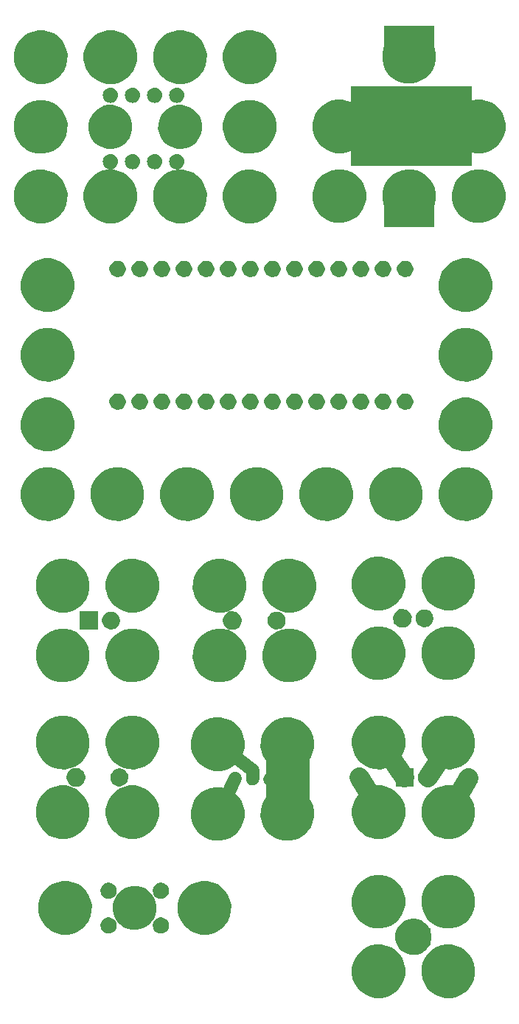
<source format=gts>
%TF.GenerationSoftware,KiCad,Pcbnew,4.0.4+e1-6308~48~ubuntu14.04.1-stable*%
%TF.CreationDate,2016-11-21T12:12:41-08:00*%
%TF.ProjectId,Sample-Set,53616D706C652D5365742E6B69636164,rev?*%
%TF.FileFunction,Soldermask,Top*%
%FSLAX46Y46*%
G04 Gerber Fmt 4.6, Leading zero omitted, Abs format (unit mm)*
G04 Created by KiCad (PCBNEW 4.0.4+e1-6308~48~ubuntu14.04.1-stable) date Mon Nov 21 12:12:41 2016*
%MOMM*%
%LPD*%
G01*
G04 APERTURE LIST*
%ADD10C,0.350000*%
%ADD11C,5.000000*%
%ADD12C,1.500000*%
%ADD13C,2.286000*%
G04 APERTURE END LIST*
D10*
D11*
X94386000Y-154288000D02*
X94386000Y-146288000D01*
D12*
X88386000Y-150288000D02*
X86386000Y-154288000D01*
X90386000Y-149288000D02*
X86386000Y-146288000D01*
X90386000Y-150288000D02*
X90386000Y-149288000D01*
D13*
X102563000Y-150060000D02*
X105103000Y-154124000D01*
X107770000Y-150060000D02*
X104849000Y-145869000D01*
X113231000Y-145869000D02*
X110437000Y-150060000D01*
X115136000Y-150187000D02*
X112850000Y-154124000D01*
D10*
G36*
X105165110Y-169319847D02*
X105756055Y-169441151D01*
X106312198Y-169674932D01*
X106812334Y-170012278D01*
X107237421Y-170440343D01*
X107571266Y-170942821D01*
X107801156Y-171500576D01*
X107918264Y-172092014D01*
X107918264Y-172092024D01*
X107918331Y-172092363D01*
X107908710Y-172781416D01*
X107908633Y-172781754D01*
X107908633Y-172781762D01*
X107775057Y-173369701D01*
X107529685Y-173920816D01*
X107181937Y-174413778D01*
X106745062Y-174829809D01*
X106235700Y-175153061D01*
X105673254Y-175371219D01*
X105079147Y-175475976D01*
X104476003Y-175463342D01*
X103886800Y-175333797D01*
X103333982Y-175092277D01*
X102838607Y-174747982D01*
X102419537Y-174314023D01*
X102092738Y-173806930D01*
X101870656Y-173246014D01*
X101761755Y-172652658D01*
X101770177Y-172049441D01*
X101895606Y-171459347D01*
X102133259Y-170904858D01*
X102474091Y-170407088D01*
X102905112Y-169985000D01*
X103409913Y-169654668D01*
X103969259Y-169428677D01*
X104561845Y-169315636D01*
X105165110Y-169319847D01*
X105165110Y-169319847D01*
G37*
G36*
X113165110Y-169319847D02*
X113756055Y-169441151D01*
X114312198Y-169674932D01*
X114812334Y-170012278D01*
X115237421Y-170440343D01*
X115571266Y-170942821D01*
X115801156Y-171500576D01*
X115918264Y-172092014D01*
X115918264Y-172092024D01*
X115918331Y-172092363D01*
X115908710Y-172781416D01*
X115908633Y-172781754D01*
X115908633Y-172781762D01*
X115775057Y-173369701D01*
X115529685Y-173920816D01*
X115181937Y-174413778D01*
X114745062Y-174829809D01*
X114235700Y-175153061D01*
X113673254Y-175371219D01*
X113079147Y-175475976D01*
X112476003Y-175463342D01*
X111886800Y-175333797D01*
X111333982Y-175092277D01*
X110838607Y-174747982D01*
X110419537Y-174314023D01*
X110092738Y-173806930D01*
X109870656Y-173246014D01*
X109761755Y-172652658D01*
X109770177Y-172049441D01*
X109895606Y-171459347D01*
X110133259Y-170904858D01*
X110474091Y-170407088D01*
X110905112Y-169985000D01*
X111409913Y-169654668D01*
X111969259Y-169428677D01*
X112561845Y-169315636D01*
X113165110Y-169319847D01*
X113165110Y-169319847D01*
G37*
G36*
X109060076Y-166369180D02*
X109458916Y-166451051D01*
X109834273Y-166608836D01*
X110171826Y-166836519D01*
X110458728Y-167125430D01*
X110671124Y-167445112D01*
X110680631Y-167455787D01*
X110692735Y-167463391D01*
X110713436Y-167467800D01*
X110803200Y-167467800D01*
X110803200Y-167743592D01*
X110807033Y-167762950D01*
X110839205Y-167841006D01*
X110918222Y-168240069D01*
X110918222Y-168240079D01*
X110918289Y-168240418D01*
X110911795Y-168705476D01*
X110911719Y-168705810D01*
X110911719Y-168705823D01*
X110821590Y-169102525D01*
X110807592Y-169133965D01*
X110803200Y-169154627D01*
X110803200Y-169420200D01*
X110713142Y-169420200D01*
X110698989Y-169422211D01*
X110685958Y-169428086D01*
X110675078Y-169437358D01*
X110666734Y-169450338D01*
X110655984Y-169474484D01*
X110421279Y-169807197D01*
X110126422Y-170087986D01*
X109782643Y-170306156D01*
X109403031Y-170453397D01*
X109002057Y-170524100D01*
X108594980Y-170515572D01*
X108197312Y-170428139D01*
X107824201Y-170265131D01*
X107489863Y-170032760D01*
X107207022Y-169739870D01*
X106986458Y-169397620D01*
X106836568Y-169019044D01*
X106763069Y-168618575D01*
X106768753Y-168211449D01*
X106853408Y-167813180D01*
X107013806Y-167438943D01*
X107243841Y-167102985D01*
X107534748Y-166818108D01*
X107875450Y-166595159D01*
X108252967Y-166442632D01*
X108652916Y-166366338D01*
X109060076Y-166369180D01*
X109060076Y-166369180D01*
G37*
G36*
X69155710Y-162051647D02*
X69746655Y-162172951D01*
X70302798Y-162406732D01*
X70802934Y-162744078D01*
X71228021Y-163172143D01*
X71561866Y-163674621D01*
X71791756Y-164232376D01*
X71908864Y-164823814D01*
X71908864Y-164823824D01*
X71908931Y-164824163D01*
X71899310Y-165513216D01*
X71899233Y-165513554D01*
X71899233Y-165513562D01*
X71765657Y-166101501D01*
X71520285Y-166652616D01*
X71172537Y-167145578D01*
X70735662Y-167561609D01*
X70226300Y-167884861D01*
X69663854Y-168103019D01*
X69069747Y-168207776D01*
X68466603Y-168195142D01*
X67877400Y-168065597D01*
X67324582Y-167824077D01*
X66829207Y-167479782D01*
X66410137Y-167045823D01*
X66083338Y-166538730D01*
X65861256Y-165977814D01*
X65752355Y-165384458D01*
X65760777Y-164781241D01*
X65886206Y-164191147D01*
X66123859Y-163636658D01*
X66464691Y-163138888D01*
X66895712Y-162716800D01*
X67400513Y-162386468D01*
X67959859Y-162160477D01*
X68552445Y-162047436D01*
X69155710Y-162051647D01*
X69155710Y-162051647D01*
G37*
G36*
X85155710Y-162051647D02*
X85746655Y-162172951D01*
X86302798Y-162406732D01*
X86802934Y-162744078D01*
X87228021Y-163172143D01*
X87561866Y-163674621D01*
X87791756Y-164232376D01*
X87908864Y-164823814D01*
X87908864Y-164823824D01*
X87908931Y-164824163D01*
X87899310Y-165513216D01*
X87899233Y-165513554D01*
X87899233Y-165513562D01*
X87765657Y-166101501D01*
X87520285Y-166652616D01*
X87172537Y-167145578D01*
X86735662Y-167561609D01*
X86226300Y-167884861D01*
X85663854Y-168103019D01*
X85069747Y-168207776D01*
X84466603Y-168195142D01*
X83877400Y-168065597D01*
X83324582Y-167824077D01*
X82829207Y-167479782D01*
X82410137Y-167045823D01*
X82083338Y-166538730D01*
X81861256Y-165977814D01*
X81752355Y-165384458D01*
X81760777Y-164781241D01*
X81886206Y-164191147D01*
X82123859Y-163636658D01*
X82464691Y-163138888D01*
X82895712Y-162716800D01*
X83400513Y-162386468D01*
X83959859Y-162160477D01*
X84552445Y-162047436D01*
X85155710Y-162051647D01*
X85155710Y-162051647D01*
G37*
G36*
X73923286Y-166214415D02*
X74101207Y-166250937D01*
X74268658Y-166321327D01*
X74419241Y-166422897D01*
X74547229Y-166551781D01*
X74647743Y-166703069D01*
X74716962Y-166871005D01*
X74752172Y-167048827D01*
X74752172Y-167048842D01*
X74752239Y-167049181D01*
X74749342Y-167256645D01*
X74749266Y-167256979D01*
X74749266Y-167256992D01*
X74709102Y-167433772D01*
X74635226Y-167599702D01*
X74530523Y-167748127D01*
X74398985Y-167873388D01*
X74245623Y-167970716D01*
X74076279Y-168036400D01*
X73897403Y-168067941D01*
X73715804Y-168064136D01*
X73538402Y-168025132D01*
X73371955Y-167952413D01*
X73222807Y-167848753D01*
X73096631Y-167718094D01*
X72998236Y-167565413D01*
X72931368Y-167396527D01*
X72898581Y-167217880D01*
X72901116Y-167036259D01*
X72938882Y-166858588D01*
X73010435Y-166691640D01*
X73113055Y-166541768D01*
X73242829Y-166414684D01*
X73394819Y-166315225D01*
X73563231Y-166247182D01*
X73741648Y-166213147D01*
X73923286Y-166214415D01*
X73923286Y-166214415D01*
G37*
G36*
X79923286Y-166214415D02*
X80101207Y-166250937D01*
X80268658Y-166321327D01*
X80419241Y-166422897D01*
X80547229Y-166551781D01*
X80647743Y-166703069D01*
X80716962Y-166871005D01*
X80752172Y-167048827D01*
X80752172Y-167048842D01*
X80752239Y-167049181D01*
X80749342Y-167256645D01*
X80749266Y-167256979D01*
X80749266Y-167256992D01*
X80709102Y-167433772D01*
X80635226Y-167599702D01*
X80530523Y-167748127D01*
X80398985Y-167873388D01*
X80245623Y-167970716D01*
X80076279Y-168036400D01*
X79897403Y-168067941D01*
X79715804Y-168064136D01*
X79538402Y-168025132D01*
X79371955Y-167952413D01*
X79222807Y-167848753D01*
X79096631Y-167718094D01*
X78998236Y-167565413D01*
X78931368Y-167396527D01*
X78898581Y-167217880D01*
X78901116Y-167036259D01*
X78938882Y-166858588D01*
X79010435Y-166691640D01*
X79113055Y-166541768D01*
X79242829Y-166414684D01*
X79394819Y-166315225D01*
X79563231Y-166247182D01*
X79741648Y-166213147D01*
X79923286Y-166214415D01*
X79923286Y-166214415D01*
G37*
G36*
X77096891Y-162611273D02*
X77580258Y-162710495D01*
X78035160Y-162901718D01*
X78444250Y-163177653D01*
X78791953Y-163527791D01*
X79065024Y-163938797D01*
X79253064Y-164395016D01*
X79348840Y-164878725D01*
X79348840Y-164878730D01*
X79348908Y-164879074D01*
X79341038Y-165442689D01*
X79340961Y-165443027D01*
X79340961Y-165443036D01*
X79231716Y-165923883D01*
X79031012Y-166374670D01*
X78746569Y-166777893D01*
X78389224Y-167118188D01*
X77972589Y-167382594D01*
X77512528Y-167561039D01*
X77026577Y-167646726D01*
X76533230Y-167636391D01*
X76051287Y-167530429D01*
X75599105Y-167332876D01*
X75193910Y-167051258D01*
X74851129Y-166696298D01*
X74583821Y-166281516D01*
X74402166Y-165822711D01*
X74313090Y-165337371D01*
X74319979Y-164843966D01*
X74422575Y-164361294D01*
X74616965Y-163907745D01*
X74895751Y-163500590D01*
X75248308Y-163155340D01*
X75661213Y-162885143D01*
X76118736Y-162700291D01*
X76603444Y-162607829D01*
X77096891Y-162611273D01*
X77096891Y-162611273D01*
G37*
G36*
X113165110Y-161319847D02*
X113756055Y-161441151D01*
X114312198Y-161674932D01*
X114812334Y-162012278D01*
X115237421Y-162440343D01*
X115571266Y-162942821D01*
X115801156Y-163500576D01*
X115918264Y-164092014D01*
X115918264Y-164092024D01*
X115918331Y-164092363D01*
X115908710Y-164781416D01*
X115908633Y-164781754D01*
X115908633Y-164781762D01*
X115775057Y-165369701D01*
X115529685Y-165920816D01*
X115181937Y-166413778D01*
X114745062Y-166829809D01*
X114235700Y-167153061D01*
X113673254Y-167371219D01*
X113079147Y-167475976D01*
X112476003Y-167463342D01*
X111886800Y-167333797D01*
X111333982Y-167092277D01*
X110838607Y-166747982D01*
X110419537Y-166314023D01*
X110092738Y-165806930D01*
X109870656Y-165246014D01*
X109761755Y-164652658D01*
X109770177Y-164049441D01*
X109895606Y-163459347D01*
X110133259Y-162904858D01*
X110474091Y-162407088D01*
X110905112Y-161985000D01*
X111409913Y-161654668D01*
X111969259Y-161428677D01*
X112561845Y-161315636D01*
X113165110Y-161319847D01*
X113165110Y-161319847D01*
G37*
G36*
X105165110Y-161319847D02*
X105756055Y-161441151D01*
X106312198Y-161674932D01*
X106812334Y-162012278D01*
X107237421Y-162440343D01*
X107571266Y-162942821D01*
X107801156Y-163500576D01*
X107918264Y-164092014D01*
X107918264Y-164092024D01*
X107918331Y-164092363D01*
X107908710Y-164781416D01*
X107908633Y-164781754D01*
X107908633Y-164781762D01*
X107775057Y-165369701D01*
X107529685Y-165920816D01*
X107181937Y-166413778D01*
X106745062Y-166829809D01*
X106235700Y-167153061D01*
X105673254Y-167371219D01*
X105079147Y-167475976D01*
X104476003Y-167463342D01*
X103886800Y-167333797D01*
X103333982Y-167092277D01*
X102838607Y-166747982D01*
X102419537Y-166314023D01*
X102092738Y-165806930D01*
X101870656Y-165246014D01*
X101761755Y-164652658D01*
X101770177Y-164049441D01*
X101895606Y-163459347D01*
X102133259Y-162904858D01*
X102474091Y-162407088D01*
X102905112Y-161985000D01*
X103409913Y-161654668D01*
X103969259Y-161428677D01*
X104561845Y-161315636D01*
X105165110Y-161319847D01*
X105165110Y-161319847D01*
G37*
G36*
X73923286Y-162214415D02*
X74101207Y-162250937D01*
X74268658Y-162321327D01*
X74419241Y-162422897D01*
X74547229Y-162551781D01*
X74647743Y-162703069D01*
X74716962Y-162871005D01*
X74752172Y-163048827D01*
X74752172Y-163048842D01*
X74752239Y-163049181D01*
X74749342Y-163256645D01*
X74749266Y-163256979D01*
X74749266Y-163256992D01*
X74709102Y-163433772D01*
X74635226Y-163599702D01*
X74530523Y-163748127D01*
X74398985Y-163873388D01*
X74245623Y-163970716D01*
X74076279Y-164036400D01*
X73897403Y-164067941D01*
X73715804Y-164064136D01*
X73538402Y-164025132D01*
X73371955Y-163952413D01*
X73222807Y-163848753D01*
X73096631Y-163718094D01*
X72998236Y-163565413D01*
X72931368Y-163396527D01*
X72898581Y-163217880D01*
X72901116Y-163036259D01*
X72938882Y-162858588D01*
X73010435Y-162691640D01*
X73113055Y-162541768D01*
X73242829Y-162414684D01*
X73394819Y-162315225D01*
X73563231Y-162247182D01*
X73741648Y-162213147D01*
X73923286Y-162214415D01*
X73923286Y-162214415D01*
G37*
G36*
X79923286Y-162214415D02*
X80101207Y-162250937D01*
X80268658Y-162321327D01*
X80419241Y-162422897D01*
X80547229Y-162551781D01*
X80647743Y-162703069D01*
X80716962Y-162871005D01*
X80752172Y-163048827D01*
X80752172Y-163048842D01*
X80752239Y-163049181D01*
X80749342Y-163256645D01*
X80749266Y-163256979D01*
X80749266Y-163256992D01*
X80709102Y-163433772D01*
X80635226Y-163599702D01*
X80530523Y-163748127D01*
X80398985Y-163873388D01*
X80245623Y-163970716D01*
X80076279Y-164036400D01*
X79897403Y-164067941D01*
X79715804Y-164064136D01*
X79538402Y-164025132D01*
X79371955Y-163952413D01*
X79222807Y-163848753D01*
X79096631Y-163718094D01*
X78998236Y-163565413D01*
X78931368Y-163396527D01*
X78898581Y-163217880D01*
X78901116Y-163036259D01*
X78938882Y-162858588D01*
X79010435Y-162691640D01*
X79113055Y-162541768D01*
X79242829Y-162414684D01*
X79394819Y-162315225D01*
X79563231Y-162247182D01*
X79741648Y-162213147D01*
X79923286Y-162214415D01*
X79923286Y-162214415D01*
G37*
G36*
X94689110Y-151243847D02*
X95280055Y-151365151D01*
X95836198Y-151598932D01*
X96336334Y-151936278D01*
X96761421Y-152364343D01*
X97095266Y-152866821D01*
X97325156Y-153424576D01*
X97442264Y-154016014D01*
X97442264Y-154016024D01*
X97442331Y-154016363D01*
X97432710Y-154705416D01*
X97432633Y-154705754D01*
X97432633Y-154705762D01*
X97299057Y-155293701D01*
X97053685Y-155844816D01*
X96705937Y-156337778D01*
X96269062Y-156753809D01*
X95759700Y-157077061D01*
X95197254Y-157295219D01*
X94603147Y-157399976D01*
X94000003Y-157387342D01*
X93410800Y-157257797D01*
X92857982Y-157016277D01*
X92362607Y-156671982D01*
X91943537Y-156238023D01*
X91616738Y-155730930D01*
X91394656Y-155170014D01*
X91285755Y-154576658D01*
X91294177Y-153973441D01*
X91419606Y-153383347D01*
X91657259Y-152828858D01*
X91998091Y-152331088D01*
X92429112Y-151909000D01*
X92933913Y-151578668D01*
X93493259Y-151352677D01*
X94085845Y-151239636D01*
X94689110Y-151243847D01*
X94689110Y-151243847D01*
G37*
G36*
X86689110Y-151243847D02*
X87280055Y-151365151D01*
X87836198Y-151598932D01*
X88336334Y-151936278D01*
X88761421Y-152364343D01*
X89095266Y-152866821D01*
X89325156Y-153424576D01*
X89442264Y-154016014D01*
X89442264Y-154016024D01*
X89442331Y-154016363D01*
X89432710Y-154705416D01*
X89432633Y-154705754D01*
X89432633Y-154705762D01*
X89299057Y-155293701D01*
X89053685Y-155844816D01*
X88705937Y-156337778D01*
X88269062Y-156753809D01*
X87759700Y-157077061D01*
X87197254Y-157295219D01*
X86603147Y-157399976D01*
X86000003Y-157387342D01*
X85410800Y-157257797D01*
X84857982Y-157016277D01*
X84362607Y-156671982D01*
X83943537Y-156238023D01*
X83616738Y-155730930D01*
X83394656Y-155170014D01*
X83285755Y-154576658D01*
X83294177Y-153973441D01*
X83419606Y-153383347D01*
X83657259Y-152828858D01*
X83998091Y-152331088D01*
X84429112Y-151909000D01*
X84933913Y-151578668D01*
X85493259Y-151352677D01*
X86085845Y-151239636D01*
X86689110Y-151243847D01*
X86689110Y-151243847D01*
G37*
G36*
X68895110Y-151049847D02*
X69486055Y-151171151D01*
X70042198Y-151404932D01*
X70542334Y-151742278D01*
X70967421Y-152170343D01*
X71301266Y-152672821D01*
X71531156Y-153230576D01*
X71648264Y-153822014D01*
X71648264Y-153822024D01*
X71648331Y-153822363D01*
X71638710Y-154511416D01*
X71638633Y-154511754D01*
X71638633Y-154511762D01*
X71505057Y-155099701D01*
X71259685Y-155650816D01*
X70911937Y-156143778D01*
X70475062Y-156559809D01*
X69965700Y-156883061D01*
X69403254Y-157101219D01*
X68809147Y-157205976D01*
X68206003Y-157193342D01*
X67616800Y-157063797D01*
X67063982Y-156822277D01*
X66568607Y-156477982D01*
X66149537Y-156044023D01*
X65822738Y-155536930D01*
X65600656Y-154976014D01*
X65491755Y-154382658D01*
X65500177Y-153779441D01*
X65625606Y-153189347D01*
X65863259Y-152634858D01*
X66204091Y-152137088D01*
X66635112Y-151715000D01*
X67139913Y-151384668D01*
X67699259Y-151158677D01*
X68291845Y-151045636D01*
X68895110Y-151049847D01*
X68895110Y-151049847D01*
G37*
G36*
X76895110Y-151049847D02*
X77486055Y-151171151D01*
X78042198Y-151404932D01*
X78542334Y-151742278D01*
X78967421Y-152170343D01*
X79301266Y-152672821D01*
X79531156Y-153230576D01*
X79648264Y-153822014D01*
X79648264Y-153822024D01*
X79648331Y-153822363D01*
X79638710Y-154511416D01*
X79638633Y-154511754D01*
X79638633Y-154511762D01*
X79505057Y-155099701D01*
X79259685Y-155650816D01*
X78911937Y-156143778D01*
X78475062Y-156559809D01*
X77965700Y-156883061D01*
X77403254Y-157101219D01*
X76809147Y-157205976D01*
X76206003Y-157193342D01*
X75616800Y-157063797D01*
X75063982Y-156822277D01*
X74568607Y-156477982D01*
X74149537Y-156044023D01*
X73822738Y-155536930D01*
X73600656Y-154976014D01*
X73491755Y-154382658D01*
X73500177Y-153779441D01*
X73625606Y-153189347D01*
X73863259Y-152634858D01*
X74204091Y-152137088D01*
X74635112Y-151715000D01*
X75139913Y-151384668D01*
X75699259Y-151158677D01*
X76291845Y-151045636D01*
X76895110Y-151049847D01*
X76895110Y-151049847D01*
G37*
G36*
X105173110Y-151049847D02*
X105764055Y-151171151D01*
X106320198Y-151404932D01*
X106820334Y-151742278D01*
X107245421Y-152170343D01*
X107579266Y-152672821D01*
X107809156Y-153230576D01*
X107926264Y-153822014D01*
X107926264Y-153822024D01*
X107926331Y-153822363D01*
X107916710Y-154511416D01*
X107916633Y-154511754D01*
X107916633Y-154511762D01*
X107783057Y-155099701D01*
X107537685Y-155650816D01*
X107189937Y-156143778D01*
X106753062Y-156559809D01*
X106243700Y-156883061D01*
X105681254Y-157101219D01*
X105087147Y-157205976D01*
X104484003Y-157193342D01*
X103894800Y-157063797D01*
X103341982Y-156822277D01*
X102846607Y-156477982D01*
X102427537Y-156044023D01*
X102100738Y-155536930D01*
X101878656Y-154976014D01*
X101769755Y-154382658D01*
X101778177Y-153779441D01*
X101903606Y-153189347D01*
X102141259Y-152634858D01*
X102482091Y-152137088D01*
X102913112Y-151715000D01*
X103417913Y-151384668D01*
X103977259Y-151158677D01*
X104569845Y-151045636D01*
X105173110Y-151049847D01*
X105173110Y-151049847D01*
G37*
G36*
X113173110Y-151049847D02*
X113764055Y-151171151D01*
X114320198Y-151404932D01*
X114820334Y-151742278D01*
X115245421Y-152170343D01*
X115579266Y-152672821D01*
X115809156Y-153230576D01*
X115926264Y-153822014D01*
X115926264Y-153822024D01*
X115926331Y-153822363D01*
X115916710Y-154511416D01*
X115916633Y-154511754D01*
X115916633Y-154511762D01*
X115783057Y-155099701D01*
X115537685Y-155650816D01*
X115189937Y-156143778D01*
X114753062Y-156559809D01*
X114243700Y-156883061D01*
X113681254Y-157101219D01*
X113087147Y-157205976D01*
X112484003Y-157193342D01*
X111894800Y-157063797D01*
X111341982Y-156822277D01*
X110846607Y-156477982D01*
X110427537Y-156044023D01*
X110100738Y-155536930D01*
X109878656Y-154976014D01*
X109769755Y-154382658D01*
X109778177Y-153779441D01*
X109903606Y-153189347D01*
X110141259Y-152634858D01*
X110482091Y-152137088D01*
X110913112Y-151715000D01*
X111417913Y-151384668D01*
X111977259Y-151158677D01*
X112569845Y-151045636D01*
X113173110Y-151049847D01*
X113173110Y-151049847D01*
G37*
G36*
X70185042Y-149048515D02*
X70391777Y-149090952D01*
X70586347Y-149172741D01*
X70761318Y-149290761D01*
X70910033Y-149440518D01*
X71026827Y-149616308D01*
X71107253Y-149811436D01*
X71148178Y-150018124D01*
X71148178Y-150018129D01*
X71148246Y-150018473D01*
X71144880Y-150259536D01*
X71144803Y-150259874D01*
X71144803Y-150259883D01*
X71098122Y-150465349D01*
X71012281Y-150658152D01*
X70890621Y-150830615D01*
X70737782Y-150976162D01*
X70559584Y-151089250D01*
X70362810Y-151165573D01*
X70154967Y-151202222D01*
X69943957Y-151197802D01*
X69737825Y-151152481D01*
X69544422Y-151067985D01*
X69371119Y-150947536D01*
X69224508Y-150795717D01*
X69110178Y-150618310D01*
X69032481Y-150422072D01*
X68994384Y-150214492D01*
X68997330Y-150003458D01*
X69041211Y-149797013D01*
X69124353Y-149603028D01*
X69243593Y-149428883D01*
X69394384Y-149281217D01*
X69570988Y-149165651D01*
X69766675Y-149086588D01*
X69973987Y-149047042D01*
X70185042Y-149048515D01*
X70185042Y-149048515D01*
G37*
G36*
X108876200Y-151200200D02*
X106823800Y-151200200D01*
X106823800Y-149047800D01*
X108876200Y-149047800D01*
X108876200Y-151200200D01*
X108876200Y-151200200D01*
G37*
G36*
X102707790Y-149098481D02*
X102904921Y-149138947D01*
X103090451Y-149216937D01*
X103257292Y-149329473D01*
X103399098Y-149472272D01*
X103510466Y-149639895D01*
X103587156Y-149825958D01*
X103626176Y-150023027D01*
X103626176Y-150023032D01*
X103626244Y-150023376D01*
X103623034Y-150253239D01*
X103622957Y-150253577D01*
X103622957Y-150253586D01*
X103578449Y-150449490D01*
X103496596Y-150633335D01*
X103380588Y-150797786D01*
X103234850Y-150936571D01*
X103064931Y-151044405D01*
X102877299Y-151117182D01*
X102679112Y-151152128D01*
X102477905Y-151147913D01*
X102281351Y-151104699D01*
X102096933Y-151024128D01*
X101931682Y-150909275D01*
X101791882Y-150764509D01*
X101682864Y-150595345D01*
X101608777Y-150408224D01*
X101572449Y-150210288D01*
X101575258Y-150009058D01*
X101617102Y-149812205D01*
X101696380Y-149627232D01*
X101810080Y-149461178D01*
X101953865Y-149320373D01*
X102122265Y-149210176D01*
X102308860Y-149134786D01*
X102506540Y-149097077D01*
X102707790Y-149098481D01*
X102707790Y-149098481D01*
G37*
G36*
X115207790Y-149098481D02*
X115404921Y-149138947D01*
X115590451Y-149216937D01*
X115757292Y-149329473D01*
X115899098Y-149472272D01*
X116010466Y-149639895D01*
X116087156Y-149825958D01*
X116126176Y-150023027D01*
X116126176Y-150023032D01*
X116126244Y-150023376D01*
X116123034Y-150253239D01*
X116122957Y-150253577D01*
X116122957Y-150253586D01*
X116078449Y-150449490D01*
X115996596Y-150633335D01*
X115880588Y-150797786D01*
X115734850Y-150936571D01*
X115564931Y-151044405D01*
X115377299Y-151117182D01*
X115179112Y-151152128D01*
X114977905Y-151147913D01*
X114781351Y-151104699D01*
X114596933Y-151024128D01*
X114431682Y-150909275D01*
X114291882Y-150764509D01*
X114182864Y-150595345D01*
X114108777Y-150408224D01*
X114072449Y-150210288D01*
X114075258Y-150009058D01*
X114117102Y-149812205D01*
X114196380Y-149627232D01*
X114310080Y-149461178D01*
X114453865Y-149320373D01*
X114622265Y-149210176D01*
X114808860Y-149134786D01*
X115006540Y-149097077D01*
X115207790Y-149098481D01*
X115207790Y-149098481D01*
G37*
G36*
X110497790Y-149098481D02*
X110694921Y-149138947D01*
X110880451Y-149216937D01*
X111047292Y-149329473D01*
X111189098Y-149472272D01*
X111300466Y-149639895D01*
X111377156Y-149825958D01*
X111416176Y-150023027D01*
X111416176Y-150023032D01*
X111416244Y-150023376D01*
X111413034Y-150253239D01*
X111412957Y-150253577D01*
X111412957Y-150253586D01*
X111368449Y-150449490D01*
X111286596Y-150633335D01*
X111170588Y-150797786D01*
X111024850Y-150936571D01*
X110854931Y-151044405D01*
X110667299Y-151117182D01*
X110469112Y-151152128D01*
X110267905Y-151147913D01*
X110071351Y-151104699D01*
X109886933Y-151024128D01*
X109721682Y-150909275D01*
X109581882Y-150764509D01*
X109472864Y-150595345D01*
X109398777Y-150408224D01*
X109362449Y-150210288D01*
X109365258Y-150009058D01*
X109407102Y-149812205D01*
X109486380Y-149627232D01*
X109600080Y-149461178D01*
X109743865Y-149320373D01*
X109912265Y-149210176D01*
X110098860Y-149134786D01*
X110296540Y-149097077D01*
X110497790Y-149098481D01*
X110497790Y-149098481D01*
G37*
G36*
X75179790Y-149098481D02*
X75376921Y-149138947D01*
X75562451Y-149216937D01*
X75729292Y-149329473D01*
X75871098Y-149472272D01*
X75982466Y-149639895D01*
X76059156Y-149825958D01*
X76098176Y-150023027D01*
X76098176Y-150023032D01*
X76098244Y-150023376D01*
X76095034Y-150253239D01*
X76094957Y-150253577D01*
X76094957Y-150253586D01*
X76050449Y-150449490D01*
X75968596Y-150633335D01*
X75852588Y-150797786D01*
X75706850Y-150936571D01*
X75536931Y-151044405D01*
X75349299Y-151117182D01*
X75151112Y-151152128D01*
X74949905Y-151147913D01*
X74753351Y-151104699D01*
X74568933Y-151024128D01*
X74403682Y-150909275D01*
X74263882Y-150764509D01*
X74154864Y-150595345D01*
X74080777Y-150408224D01*
X74044449Y-150210288D01*
X74047258Y-150009058D01*
X74089102Y-149812205D01*
X74168380Y-149627232D01*
X74282080Y-149461178D01*
X74425865Y-149320373D01*
X74594265Y-149210176D01*
X74780860Y-149134786D01*
X74978540Y-149097077D01*
X75179790Y-149098481D01*
X75179790Y-149098481D01*
G37*
G36*
X88384654Y-149637264D02*
X88519351Y-149664914D01*
X88646124Y-149718205D01*
X88760127Y-149795101D01*
X88857023Y-149892675D01*
X88933120Y-150007211D01*
X88985522Y-150134347D01*
X89012163Y-150268895D01*
X89012163Y-150268905D01*
X89012230Y-150269244D01*
X89010037Y-150426309D01*
X89009961Y-150426643D01*
X89009961Y-150426656D01*
X88979573Y-150560408D01*
X88923643Y-150686028D01*
X88844375Y-150798397D01*
X88744792Y-150893229D01*
X88628685Y-150966913D01*
X88500479Y-151016640D01*
X88365058Y-151040519D01*
X88227573Y-151037638D01*
X88093267Y-151008109D01*
X87967254Y-150953056D01*
X87854339Y-150874578D01*
X87758815Y-150775659D01*
X87684322Y-150660069D01*
X87633698Y-150532208D01*
X87608876Y-150396961D01*
X87610795Y-150259461D01*
X87639387Y-150124951D01*
X87693556Y-149998562D01*
X87771251Y-149885093D01*
X87869497Y-149788883D01*
X87984564Y-149713585D01*
X88112065Y-149662071D01*
X88247138Y-149636305D01*
X88384654Y-149637264D01*
X88384654Y-149637264D01*
G37*
G36*
X90384654Y-149637264D02*
X90519351Y-149664914D01*
X90646124Y-149718205D01*
X90760127Y-149795101D01*
X90857023Y-149892675D01*
X90933120Y-150007211D01*
X90985522Y-150134347D01*
X91012163Y-150268895D01*
X91012163Y-150268905D01*
X91012230Y-150269244D01*
X91010037Y-150426309D01*
X91009961Y-150426643D01*
X91009961Y-150426656D01*
X90979573Y-150560408D01*
X90923643Y-150686028D01*
X90844375Y-150798397D01*
X90744792Y-150893229D01*
X90628685Y-150966913D01*
X90500479Y-151016640D01*
X90365058Y-151040519D01*
X90227573Y-151037638D01*
X90093267Y-151008109D01*
X89967254Y-150953056D01*
X89854339Y-150874578D01*
X89758815Y-150775659D01*
X89684322Y-150660069D01*
X89633698Y-150532208D01*
X89608876Y-150396961D01*
X89610795Y-150259461D01*
X89639387Y-150124951D01*
X89693556Y-149998562D01*
X89771251Y-149885093D01*
X89869497Y-149788883D01*
X89984564Y-149713585D01*
X90112065Y-149662071D01*
X90247138Y-149636305D01*
X90384654Y-149637264D01*
X90384654Y-149637264D01*
G37*
G36*
X92384654Y-149637264D02*
X92519351Y-149664914D01*
X92646124Y-149718205D01*
X92760127Y-149795101D01*
X92857023Y-149892675D01*
X92933120Y-150007211D01*
X92985522Y-150134347D01*
X93012163Y-150268895D01*
X93012163Y-150268905D01*
X93012230Y-150269244D01*
X93010037Y-150426309D01*
X93009961Y-150426643D01*
X93009961Y-150426656D01*
X92979573Y-150560408D01*
X92923643Y-150686028D01*
X92844375Y-150798397D01*
X92744792Y-150893229D01*
X92628685Y-150966913D01*
X92500479Y-151016640D01*
X92365058Y-151040519D01*
X92227573Y-151037638D01*
X92093267Y-151008109D01*
X91967254Y-150953056D01*
X91854339Y-150874578D01*
X91758815Y-150775659D01*
X91684322Y-150660069D01*
X91633698Y-150532208D01*
X91608876Y-150396961D01*
X91610795Y-150259461D01*
X91639387Y-150124951D01*
X91693556Y-149998562D01*
X91771251Y-149885093D01*
X91869497Y-149788883D01*
X91984564Y-149713585D01*
X92112065Y-149662071D01*
X92247138Y-149636305D01*
X92384654Y-149637264D01*
X92384654Y-149637264D01*
G37*
G36*
X86689110Y-143243847D02*
X87280055Y-143365151D01*
X87836198Y-143598932D01*
X88336334Y-143936278D01*
X88761421Y-144364343D01*
X89095266Y-144866821D01*
X89325156Y-145424576D01*
X89442264Y-146016014D01*
X89442264Y-146016024D01*
X89442331Y-146016363D01*
X89432710Y-146705416D01*
X89432633Y-146705754D01*
X89432633Y-146705762D01*
X89299057Y-147293701D01*
X89053685Y-147844816D01*
X88705937Y-148337778D01*
X88269062Y-148753809D01*
X87759700Y-149077061D01*
X87197254Y-149295219D01*
X86603147Y-149399976D01*
X86000003Y-149387342D01*
X85410800Y-149257797D01*
X84857982Y-149016277D01*
X84362607Y-148671982D01*
X83943537Y-148238023D01*
X83616738Y-147730930D01*
X83394656Y-147170014D01*
X83285755Y-146576658D01*
X83294177Y-145973441D01*
X83419606Y-145383347D01*
X83657259Y-144828858D01*
X83998091Y-144331088D01*
X84429112Y-143909000D01*
X84933913Y-143578668D01*
X85493259Y-143352677D01*
X86085845Y-143239636D01*
X86689110Y-143243847D01*
X86689110Y-143243847D01*
G37*
G36*
X94689110Y-143243847D02*
X95280055Y-143365151D01*
X95836198Y-143598932D01*
X96336334Y-143936278D01*
X96761421Y-144364343D01*
X97095266Y-144866821D01*
X97325156Y-145424576D01*
X97442264Y-146016014D01*
X97442264Y-146016024D01*
X97442331Y-146016363D01*
X97432710Y-146705416D01*
X97432633Y-146705754D01*
X97432633Y-146705762D01*
X97299057Y-147293701D01*
X97053685Y-147844816D01*
X96705937Y-148337778D01*
X96269062Y-148753809D01*
X95759700Y-149077061D01*
X95197254Y-149295219D01*
X94603147Y-149399976D01*
X94000003Y-149387342D01*
X93410800Y-149257797D01*
X92857982Y-149016277D01*
X92362607Y-148671982D01*
X91943537Y-148238023D01*
X91616738Y-147730930D01*
X91394656Y-147170014D01*
X91285755Y-146576658D01*
X91294177Y-145973441D01*
X91419606Y-145383347D01*
X91657259Y-144828858D01*
X91998091Y-144331088D01*
X92429112Y-143909000D01*
X92933913Y-143578668D01*
X93493259Y-143352677D01*
X94085845Y-143239636D01*
X94689110Y-143243847D01*
X94689110Y-143243847D01*
G37*
G36*
X76895110Y-143049847D02*
X77486055Y-143171151D01*
X78042198Y-143404932D01*
X78542334Y-143742278D01*
X78967421Y-144170343D01*
X79301266Y-144672821D01*
X79531156Y-145230576D01*
X79648264Y-145822014D01*
X79648264Y-145822024D01*
X79648331Y-145822363D01*
X79638710Y-146511416D01*
X79638633Y-146511754D01*
X79638633Y-146511762D01*
X79505057Y-147099701D01*
X79259685Y-147650816D01*
X78911937Y-148143778D01*
X78475062Y-148559809D01*
X77965700Y-148883061D01*
X77403254Y-149101219D01*
X76809147Y-149205976D01*
X76206003Y-149193342D01*
X75616800Y-149063797D01*
X75063982Y-148822277D01*
X74568607Y-148477982D01*
X74149537Y-148044023D01*
X73822738Y-147536930D01*
X73600656Y-146976014D01*
X73491755Y-146382658D01*
X73500177Y-145779441D01*
X73625606Y-145189347D01*
X73863259Y-144634858D01*
X74204091Y-144137088D01*
X74635112Y-143715000D01*
X75139913Y-143384668D01*
X75699259Y-143158677D01*
X76291845Y-143045636D01*
X76895110Y-143049847D01*
X76895110Y-143049847D01*
G37*
G36*
X105173110Y-143049847D02*
X105764055Y-143171151D01*
X106320198Y-143404932D01*
X106820334Y-143742278D01*
X107245421Y-144170343D01*
X107579266Y-144672821D01*
X107809156Y-145230576D01*
X107926264Y-145822014D01*
X107926264Y-145822024D01*
X107926331Y-145822363D01*
X107916710Y-146511416D01*
X107916633Y-146511754D01*
X107916633Y-146511762D01*
X107783057Y-147099701D01*
X107537685Y-147650816D01*
X107189937Y-148143778D01*
X106753062Y-148559809D01*
X106243700Y-148883061D01*
X105681254Y-149101219D01*
X105087147Y-149205976D01*
X104484003Y-149193342D01*
X103894800Y-149063797D01*
X103341982Y-148822277D01*
X102846607Y-148477982D01*
X102427537Y-148044023D01*
X102100738Y-147536930D01*
X101878656Y-146976014D01*
X101769755Y-146382658D01*
X101778177Y-145779441D01*
X101903606Y-145189347D01*
X102141259Y-144634858D01*
X102482091Y-144137088D01*
X102913112Y-143715000D01*
X103417913Y-143384668D01*
X103977259Y-143158677D01*
X104569845Y-143045636D01*
X105173110Y-143049847D01*
X105173110Y-143049847D01*
G37*
G36*
X68895110Y-143049847D02*
X69486055Y-143171151D01*
X70042198Y-143404932D01*
X70542334Y-143742278D01*
X70967421Y-144170343D01*
X71301266Y-144672821D01*
X71531156Y-145230576D01*
X71648264Y-145822014D01*
X71648264Y-145822024D01*
X71648331Y-145822363D01*
X71638710Y-146511416D01*
X71638633Y-146511754D01*
X71638633Y-146511762D01*
X71505057Y-147099701D01*
X71259685Y-147650816D01*
X70911937Y-148143778D01*
X70475062Y-148559809D01*
X69965700Y-148883061D01*
X69403254Y-149101219D01*
X68809147Y-149205976D01*
X68206003Y-149193342D01*
X67616800Y-149063797D01*
X67063982Y-148822277D01*
X66568607Y-148477982D01*
X66149537Y-148044023D01*
X65822738Y-147536930D01*
X65600656Y-146976014D01*
X65491755Y-146382658D01*
X65500177Y-145779441D01*
X65625606Y-145189347D01*
X65863259Y-144634858D01*
X66204091Y-144137088D01*
X66635112Y-143715000D01*
X67139913Y-143384668D01*
X67699259Y-143158677D01*
X68291845Y-143045636D01*
X68895110Y-143049847D01*
X68895110Y-143049847D01*
G37*
G36*
X113173110Y-143049847D02*
X113764055Y-143171151D01*
X114320198Y-143404932D01*
X114820334Y-143742278D01*
X115245421Y-144170343D01*
X115579266Y-144672821D01*
X115809156Y-145230576D01*
X115926264Y-145822014D01*
X115926264Y-145822024D01*
X115926331Y-145822363D01*
X115916710Y-146511416D01*
X115916633Y-146511754D01*
X115916633Y-146511762D01*
X115783057Y-147099701D01*
X115537685Y-147650816D01*
X115189937Y-148143778D01*
X114753062Y-148559809D01*
X114243700Y-148883061D01*
X113681254Y-149101219D01*
X113087147Y-149205976D01*
X112484003Y-149193342D01*
X111894800Y-149063797D01*
X111341982Y-148822277D01*
X110846607Y-148477982D01*
X110427537Y-148044023D01*
X110100738Y-147536930D01*
X109878656Y-146976014D01*
X109769755Y-146382658D01*
X109778177Y-145779441D01*
X109903606Y-145189347D01*
X110141259Y-144634858D01*
X110482091Y-144137088D01*
X110913112Y-143715000D01*
X111417913Y-143384668D01*
X111977259Y-143158677D01*
X112569845Y-143045636D01*
X113173110Y-143049847D01*
X113173110Y-143049847D01*
G37*
G36*
X68895110Y-133041847D02*
X69486055Y-133163151D01*
X70042198Y-133396932D01*
X70542334Y-133734278D01*
X70967421Y-134162343D01*
X71301266Y-134664821D01*
X71531156Y-135222576D01*
X71648264Y-135814014D01*
X71648264Y-135814024D01*
X71648331Y-135814363D01*
X71638710Y-136503416D01*
X71638633Y-136503754D01*
X71638633Y-136503762D01*
X71505057Y-137091701D01*
X71259685Y-137642816D01*
X70911937Y-138135778D01*
X70475062Y-138551809D01*
X69965700Y-138875061D01*
X69403254Y-139093219D01*
X68809147Y-139197976D01*
X68206003Y-139185342D01*
X67616800Y-139055797D01*
X67063982Y-138814277D01*
X66568607Y-138469982D01*
X66149537Y-138036023D01*
X65822738Y-137528930D01*
X65600656Y-136968014D01*
X65491755Y-136374658D01*
X65500177Y-135771441D01*
X65625606Y-135181347D01*
X65863259Y-134626858D01*
X66204091Y-134129088D01*
X66635112Y-133707000D01*
X67139913Y-133376668D01*
X67699259Y-133150677D01*
X68291845Y-133037636D01*
X68895110Y-133041847D01*
X68895110Y-133041847D01*
G37*
G36*
X76895110Y-133041847D02*
X77486055Y-133163151D01*
X78042198Y-133396932D01*
X78542334Y-133734278D01*
X78967421Y-134162343D01*
X79301266Y-134664821D01*
X79531156Y-135222576D01*
X79648264Y-135814014D01*
X79648264Y-135814024D01*
X79648331Y-135814363D01*
X79638710Y-136503416D01*
X79638633Y-136503754D01*
X79638633Y-136503762D01*
X79505057Y-137091701D01*
X79259685Y-137642816D01*
X78911937Y-138135778D01*
X78475062Y-138551809D01*
X77965700Y-138875061D01*
X77403254Y-139093219D01*
X76809147Y-139197976D01*
X76206003Y-139185342D01*
X75616800Y-139055797D01*
X75063982Y-138814277D01*
X74568607Y-138469982D01*
X74149537Y-138036023D01*
X73822738Y-137528930D01*
X73600656Y-136968014D01*
X73491755Y-136374658D01*
X73500177Y-135771441D01*
X73625606Y-135181347D01*
X73863259Y-134626858D01*
X74204091Y-134129088D01*
X74635112Y-133707000D01*
X75139913Y-133376668D01*
X75699259Y-133150677D01*
X76291845Y-133037636D01*
X76895110Y-133041847D01*
X76895110Y-133041847D01*
G37*
G36*
X88153042Y-131040515D02*
X88359777Y-131082952D01*
X88554347Y-131164741D01*
X88729318Y-131282761D01*
X88878033Y-131432518D01*
X88994827Y-131608308D01*
X89075253Y-131803436D01*
X89116178Y-132010124D01*
X89116178Y-132010129D01*
X89116246Y-132010473D01*
X89112880Y-132251536D01*
X89112803Y-132251874D01*
X89112803Y-132251883D01*
X89066122Y-132457349D01*
X88980281Y-132650152D01*
X88858621Y-132822615D01*
X88705782Y-132968162D01*
X88527584Y-133081250D01*
X88330810Y-133157573D01*
X88122967Y-133194222D01*
X87911957Y-133189802D01*
X87713892Y-133146255D01*
X87699637Y-133145180D01*
X87685648Y-133148119D01*
X87673031Y-133154839D01*
X87662786Y-133164808D01*
X87655724Y-133177236D01*
X87652404Y-133191140D01*
X87653088Y-133205418D01*
X87657724Y-133218941D01*
X87665943Y-133230636D01*
X87683297Y-133242701D01*
X88050198Y-133396932D01*
X88550334Y-133734278D01*
X88975421Y-134162343D01*
X89309266Y-134664821D01*
X89539156Y-135222576D01*
X89656264Y-135814014D01*
X89656264Y-135814024D01*
X89656331Y-135814363D01*
X89646710Y-136503416D01*
X89646633Y-136503754D01*
X89646633Y-136503762D01*
X89513057Y-137091701D01*
X89267685Y-137642816D01*
X88919937Y-138135778D01*
X88483062Y-138551809D01*
X87973700Y-138875061D01*
X87411254Y-139093219D01*
X86817147Y-139197976D01*
X86214003Y-139185342D01*
X85624800Y-139055797D01*
X85071982Y-138814277D01*
X84576607Y-138469982D01*
X84157537Y-138036023D01*
X83830738Y-137528930D01*
X83608656Y-136968014D01*
X83499755Y-136374658D01*
X83508177Y-135771441D01*
X83633606Y-135181347D01*
X83871259Y-134626858D01*
X84212091Y-134129088D01*
X84643112Y-133707000D01*
X85147913Y-133376668D01*
X85707259Y-133150677D01*
X86299845Y-133037636D01*
X86903110Y-133041847D01*
X87494055Y-133163151D01*
X87513522Y-133171334D01*
X87527348Y-133174964D01*
X87541638Y-133174599D01*
X87555261Y-133170267D01*
X87567137Y-133162311D01*
X87576327Y-133151362D01*
X87582102Y-133138286D01*
X87584007Y-133124119D01*
X87581888Y-133109982D01*
X87575916Y-133096995D01*
X87566561Y-133086186D01*
X87553546Y-133077952D01*
X87512423Y-133059985D01*
X87339119Y-132939536D01*
X87192508Y-132787717D01*
X87078178Y-132610310D01*
X87000481Y-132414072D01*
X86962384Y-132206492D01*
X86965330Y-131995458D01*
X87009211Y-131789013D01*
X87092353Y-131595028D01*
X87211593Y-131420883D01*
X87362384Y-131273217D01*
X87538988Y-131157651D01*
X87734675Y-131078588D01*
X87941987Y-131039042D01*
X88153042Y-131040515D01*
X88153042Y-131040515D01*
G37*
G36*
X94903110Y-133041847D02*
X95494055Y-133163151D01*
X96050198Y-133396932D01*
X96550334Y-133734278D01*
X96975421Y-134162343D01*
X97309266Y-134664821D01*
X97539156Y-135222576D01*
X97656264Y-135814014D01*
X97656264Y-135814024D01*
X97656331Y-135814363D01*
X97646710Y-136503416D01*
X97646633Y-136503754D01*
X97646633Y-136503762D01*
X97513057Y-137091701D01*
X97267685Y-137642816D01*
X96919937Y-138135778D01*
X96483062Y-138551809D01*
X95973700Y-138875061D01*
X95411254Y-139093219D01*
X94817147Y-139197976D01*
X94214003Y-139185342D01*
X93624800Y-139055797D01*
X93071982Y-138814277D01*
X92576607Y-138469982D01*
X92157537Y-138036023D01*
X91830738Y-137528930D01*
X91608656Y-136968014D01*
X91499755Y-136374658D01*
X91508177Y-135771441D01*
X91633606Y-135181347D01*
X91871259Y-134626858D01*
X92212091Y-134129088D01*
X92643112Y-133707000D01*
X93147913Y-133376668D01*
X93707259Y-133150677D01*
X94299845Y-133037636D01*
X94903110Y-133041847D01*
X94903110Y-133041847D01*
G37*
G36*
X105165110Y-132787847D02*
X105756055Y-132909151D01*
X106312198Y-133142932D01*
X106812334Y-133480278D01*
X107237421Y-133908343D01*
X107571266Y-134410821D01*
X107801156Y-134968576D01*
X107918264Y-135560014D01*
X107918264Y-135560024D01*
X107918331Y-135560363D01*
X107908710Y-136249416D01*
X107908633Y-136249754D01*
X107908633Y-136249762D01*
X107775057Y-136837701D01*
X107529685Y-137388816D01*
X107181937Y-137881778D01*
X106745062Y-138297809D01*
X106235700Y-138621061D01*
X105673254Y-138839219D01*
X105079147Y-138943976D01*
X104476003Y-138931342D01*
X103886800Y-138801797D01*
X103333982Y-138560277D01*
X102838607Y-138215982D01*
X102419537Y-137782023D01*
X102092738Y-137274930D01*
X101870656Y-136714014D01*
X101761755Y-136120658D01*
X101770177Y-135517441D01*
X101895606Y-134927347D01*
X102133259Y-134372858D01*
X102474091Y-133875088D01*
X102905112Y-133453000D01*
X103409913Y-133122668D01*
X103969259Y-132896677D01*
X104561845Y-132783636D01*
X105165110Y-132787847D01*
X105165110Y-132787847D01*
G37*
G36*
X113165110Y-132787847D02*
X113756055Y-132909151D01*
X114312198Y-133142932D01*
X114812334Y-133480278D01*
X115237421Y-133908343D01*
X115571266Y-134410821D01*
X115801156Y-134968576D01*
X115918264Y-135560014D01*
X115918264Y-135560024D01*
X115918331Y-135560363D01*
X115908710Y-136249416D01*
X115908633Y-136249754D01*
X115908633Y-136249762D01*
X115775057Y-136837701D01*
X115529685Y-137388816D01*
X115181937Y-137881778D01*
X114745062Y-138297809D01*
X114235700Y-138621061D01*
X113673254Y-138839219D01*
X113079147Y-138943976D01*
X112476003Y-138931342D01*
X111886800Y-138801797D01*
X111333982Y-138560277D01*
X110838607Y-138215982D01*
X110419537Y-137782023D01*
X110092738Y-137274930D01*
X109870656Y-136714014D01*
X109761755Y-136120658D01*
X109770177Y-135517441D01*
X109895606Y-134927347D01*
X110133259Y-134372858D01*
X110474091Y-133875088D01*
X110905112Y-133453000D01*
X111409913Y-133122668D01*
X111969259Y-132896677D01*
X112561845Y-132783636D01*
X113165110Y-132787847D01*
X113165110Y-132787847D01*
G37*
G36*
X72598200Y-133192200D02*
X70545800Y-133192200D01*
X70545800Y-131039800D01*
X72598200Y-131039800D01*
X72598200Y-133192200D01*
X72598200Y-133192200D01*
G37*
G36*
X74219790Y-131090481D02*
X74416921Y-131130947D01*
X74602451Y-131208937D01*
X74769292Y-131321473D01*
X74911098Y-131464272D01*
X75022466Y-131631895D01*
X75099156Y-131817958D01*
X75138176Y-132015027D01*
X75138176Y-132015032D01*
X75138244Y-132015376D01*
X75135034Y-132245239D01*
X75134957Y-132245577D01*
X75134957Y-132245586D01*
X75090449Y-132441490D01*
X75008596Y-132625335D01*
X74892588Y-132789786D01*
X74746850Y-132928571D01*
X74576931Y-133036405D01*
X74389299Y-133109182D01*
X74191112Y-133144128D01*
X73989905Y-133139913D01*
X73793351Y-133096699D01*
X73608933Y-133016128D01*
X73443682Y-132901275D01*
X73303882Y-132756509D01*
X73194864Y-132587345D01*
X73120777Y-132400224D01*
X73084449Y-132202288D01*
X73087258Y-132001058D01*
X73129102Y-131804205D01*
X73208380Y-131619232D01*
X73322080Y-131453178D01*
X73465865Y-131312373D01*
X73634265Y-131202176D01*
X73820860Y-131126786D01*
X74018540Y-131089077D01*
X74219790Y-131090481D01*
X74219790Y-131090481D01*
G37*
G36*
X93227790Y-131090481D02*
X93424921Y-131130947D01*
X93610451Y-131208937D01*
X93777292Y-131321473D01*
X93919098Y-131464272D01*
X94030466Y-131631895D01*
X94107156Y-131817958D01*
X94146176Y-132015027D01*
X94146176Y-132015032D01*
X94146244Y-132015376D01*
X94143034Y-132245239D01*
X94142957Y-132245577D01*
X94142957Y-132245586D01*
X94098449Y-132441490D01*
X94016596Y-132625335D01*
X93900588Y-132789786D01*
X93754850Y-132928571D01*
X93584931Y-133036405D01*
X93397299Y-133109182D01*
X93199112Y-133144128D01*
X92997905Y-133139913D01*
X92801351Y-133096699D01*
X92616933Y-133016128D01*
X92451682Y-132901275D01*
X92311882Y-132756509D01*
X92202864Y-132587345D01*
X92128777Y-132400224D01*
X92092449Y-132202288D01*
X92095258Y-132001058D01*
X92137102Y-131804205D01*
X92216380Y-131619232D01*
X92330080Y-131453178D01*
X92473865Y-131312373D01*
X92642265Y-131202176D01*
X92828860Y-131126786D01*
X93026540Y-131089077D01*
X93227790Y-131090481D01*
X93227790Y-131090481D01*
G37*
G36*
X107685042Y-130786515D02*
X107891777Y-130828952D01*
X108086347Y-130910741D01*
X108261318Y-131028761D01*
X108410033Y-131178518D01*
X108526827Y-131354308D01*
X108607253Y-131549436D01*
X108648178Y-131756124D01*
X108648178Y-131756129D01*
X108648246Y-131756473D01*
X108644880Y-131997536D01*
X108644803Y-131997874D01*
X108644803Y-131997883D01*
X108598122Y-132203349D01*
X108512281Y-132396152D01*
X108390621Y-132568615D01*
X108237782Y-132714162D01*
X108059584Y-132827250D01*
X107862810Y-132903573D01*
X107654967Y-132940222D01*
X107443957Y-132935802D01*
X107237825Y-132890481D01*
X107044422Y-132805985D01*
X106871119Y-132685536D01*
X106724508Y-132533717D01*
X106610178Y-132356310D01*
X106532481Y-132160072D01*
X106494384Y-131952492D01*
X106497330Y-131741458D01*
X106541211Y-131535013D01*
X106624353Y-131341028D01*
X106743593Y-131166883D01*
X106894384Y-131019217D01*
X107070988Y-130903651D01*
X107266675Y-130824588D01*
X107473987Y-130785042D01*
X107685042Y-130786515D01*
X107685042Y-130786515D01*
G37*
G36*
X110219790Y-130836481D02*
X110416921Y-130876947D01*
X110602451Y-130954937D01*
X110769292Y-131067473D01*
X110911098Y-131210272D01*
X111022466Y-131377895D01*
X111099156Y-131563958D01*
X111138176Y-131761027D01*
X111138176Y-131761032D01*
X111138244Y-131761376D01*
X111135034Y-131991239D01*
X111134957Y-131991577D01*
X111134957Y-131991586D01*
X111090449Y-132187490D01*
X111008596Y-132371335D01*
X110892588Y-132535786D01*
X110746850Y-132674571D01*
X110576931Y-132782405D01*
X110389299Y-132855182D01*
X110191112Y-132890128D01*
X109989905Y-132885913D01*
X109793351Y-132842699D01*
X109608933Y-132762128D01*
X109443682Y-132647275D01*
X109303882Y-132502509D01*
X109194864Y-132333345D01*
X109120777Y-132146224D01*
X109084449Y-131948288D01*
X109087258Y-131747058D01*
X109129102Y-131550205D01*
X109208380Y-131365232D01*
X109322080Y-131199178D01*
X109465865Y-131058373D01*
X109634265Y-130948176D01*
X109820860Y-130872786D01*
X110018540Y-130835077D01*
X110219790Y-130836481D01*
X110219790Y-130836481D01*
G37*
G36*
X94903110Y-125041847D02*
X95494055Y-125163151D01*
X96050198Y-125396932D01*
X96550334Y-125734278D01*
X96975421Y-126162343D01*
X97309266Y-126664821D01*
X97539156Y-127222576D01*
X97656264Y-127814014D01*
X97656264Y-127814024D01*
X97656331Y-127814363D01*
X97646710Y-128503416D01*
X97646633Y-128503754D01*
X97646633Y-128503762D01*
X97513057Y-129091701D01*
X97267685Y-129642816D01*
X96919937Y-130135778D01*
X96483062Y-130551809D01*
X95973700Y-130875061D01*
X95411254Y-131093219D01*
X94817147Y-131197976D01*
X94214003Y-131185342D01*
X93624800Y-131055797D01*
X93071982Y-130814277D01*
X92576607Y-130469982D01*
X92157537Y-130036023D01*
X91830738Y-129528930D01*
X91608656Y-128968014D01*
X91499755Y-128374658D01*
X91508177Y-127771441D01*
X91633606Y-127181347D01*
X91871259Y-126626858D01*
X92212091Y-126129088D01*
X92643112Y-125707000D01*
X93147913Y-125376668D01*
X93707259Y-125150677D01*
X94299845Y-125037636D01*
X94903110Y-125041847D01*
X94903110Y-125041847D01*
G37*
G36*
X86903110Y-125041847D02*
X87494055Y-125163151D01*
X88050198Y-125396932D01*
X88550334Y-125734278D01*
X88975421Y-126162343D01*
X89309266Y-126664821D01*
X89539156Y-127222576D01*
X89656264Y-127814014D01*
X89656264Y-127814024D01*
X89656331Y-127814363D01*
X89646710Y-128503416D01*
X89646633Y-128503754D01*
X89646633Y-128503762D01*
X89513057Y-129091701D01*
X89267685Y-129642816D01*
X88919937Y-130135778D01*
X88483062Y-130551809D01*
X87973700Y-130875061D01*
X87411254Y-131093219D01*
X86817147Y-131197976D01*
X86214003Y-131185342D01*
X85624800Y-131055797D01*
X85071982Y-130814277D01*
X84576607Y-130469982D01*
X84157537Y-130036023D01*
X83830738Y-129528930D01*
X83608656Y-128968014D01*
X83499755Y-128374658D01*
X83508177Y-127771441D01*
X83633606Y-127181347D01*
X83871259Y-126626858D01*
X84212091Y-126129088D01*
X84643112Y-125707000D01*
X85147913Y-125376668D01*
X85707259Y-125150677D01*
X86299845Y-125037636D01*
X86903110Y-125041847D01*
X86903110Y-125041847D01*
G37*
G36*
X76895110Y-125041847D02*
X77486055Y-125163151D01*
X78042198Y-125396932D01*
X78542334Y-125734278D01*
X78967421Y-126162343D01*
X79301266Y-126664821D01*
X79531156Y-127222576D01*
X79648264Y-127814014D01*
X79648264Y-127814024D01*
X79648331Y-127814363D01*
X79638710Y-128503416D01*
X79638633Y-128503754D01*
X79638633Y-128503762D01*
X79505057Y-129091701D01*
X79259685Y-129642816D01*
X78911937Y-130135778D01*
X78475062Y-130551809D01*
X77965700Y-130875061D01*
X77403254Y-131093219D01*
X76809147Y-131197976D01*
X76206003Y-131185342D01*
X75616800Y-131055797D01*
X75063982Y-130814277D01*
X74568607Y-130469982D01*
X74149537Y-130036023D01*
X73822738Y-129528930D01*
X73600656Y-128968014D01*
X73491755Y-128374658D01*
X73500177Y-127771441D01*
X73625606Y-127181347D01*
X73863259Y-126626858D01*
X74204091Y-126129088D01*
X74635112Y-125707000D01*
X75139913Y-125376668D01*
X75699259Y-125150677D01*
X76291845Y-125037636D01*
X76895110Y-125041847D01*
X76895110Y-125041847D01*
G37*
G36*
X68895110Y-125041847D02*
X69486055Y-125163151D01*
X70042198Y-125396932D01*
X70542334Y-125734278D01*
X70967421Y-126162343D01*
X71301266Y-126664821D01*
X71531156Y-127222576D01*
X71648264Y-127814014D01*
X71648264Y-127814024D01*
X71648331Y-127814363D01*
X71638710Y-128503416D01*
X71638633Y-128503754D01*
X71638633Y-128503762D01*
X71505057Y-129091701D01*
X71259685Y-129642816D01*
X70911937Y-130135778D01*
X70475062Y-130551809D01*
X69965700Y-130875061D01*
X69403254Y-131093219D01*
X68809147Y-131197976D01*
X68206003Y-131185342D01*
X67616800Y-131055797D01*
X67063982Y-130814277D01*
X66568607Y-130469982D01*
X66149537Y-130036023D01*
X65822738Y-129528930D01*
X65600656Y-128968014D01*
X65491755Y-128374658D01*
X65500177Y-127771441D01*
X65625606Y-127181347D01*
X65863259Y-126626858D01*
X66204091Y-126129088D01*
X66635112Y-125707000D01*
X67139913Y-125376668D01*
X67699259Y-125150677D01*
X68291845Y-125037636D01*
X68895110Y-125041847D01*
X68895110Y-125041847D01*
G37*
G36*
X113165110Y-124787847D02*
X113756055Y-124909151D01*
X114312198Y-125142932D01*
X114812334Y-125480278D01*
X115237421Y-125908343D01*
X115571266Y-126410821D01*
X115801156Y-126968576D01*
X115918264Y-127560014D01*
X115918264Y-127560024D01*
X115918331Y-127560363D01*
X115908710Y-128249416D01*
X115908633Y-128249754D01*
X115908633Y-128249762D01*
X115775057Y-128837701D01*
X115529685Y-129388816D01*
X115181937Y-129881778D01*
X114745062Y-130297809D01*
X114235700Y-130621061D01*
X113673254Y-130839219D01*
X113079147Y-130943976D01*
X112476003Y-130931342D01*
X111886800Y-130801797D01*
X111333982Y-130560277D01*
X110838607Y-130215982D01*
X110419537Y-129782023D01*
X110092738Y-129274930D01*
X109870656Y-128714014D01*
X109761755Y-128120658D01*
X109770177Y-127517441D01*
X109895606Y-126927347D01*
X110133259Y-126372858D01*
X110474091Y-125875088D01*
X110905112Y-125453000D01*
X111409913Y-125122668D01*
X111969259Y-124896677D01*
X112561845Y-124783636D01*
X113165110Y-124787847D01*
X113165110Y-124787847D01*
G37*
G36*
X105165110Y-124787847D02*
X105756055Y-124909151D01*
X106312198Y-125142932D01*
X106812334Y-125480278D01*
X107237421Y-125908343D01*
X107571266Y-126410821D01*
X107801156Y-126968576D01*
X107918264Y-127560014D01*
X107918264Y-127560024D01*
X107918331Y-127560363D01*
X107908710Y-128249416D01*
X107908633Y-128249754D01*
X107908633Y-128249762D01*
X107775057Y-128837701D01*
X107529685Y-129388816D01*
X107181937Y-129881778D01*
X106745062Y-130297809D01*
X106235700Y-130621061D01*
X105673254Y-130839219D01*
X105079147Y-130943976D01*
X104476003Y-130931342D01*
X103886800Y-130801797D01*
X103333982Y-130560277D01*
X102838607Y-130215982D01*
X102419537Y-129782023D01*
X102092738Y-129274930D01*
X101870656Y-128714014D01*
X101761755Y-128120658D01*
X101770177Y-127517441D01*
X101895606Y-126927347D01*
X102133259Y-126372858D01*
X102474091Y-125875088D01*
X102905112Y-125453000D01*
X103409913Y-125122668D01*
X103969259Y-124896677D01*
X104561845Y-124783636D01*
X105165110Y-124787847D01*
X105165110Y-124787847D01*
G37*
G36*
X75149110Y-114516847D02*
X75740055Y-114638151D01*
X76296198Y-114871932D01*
X76796334Y-115209278D01*
X77221421Y-115637343D01*
X77555266Y-116139821D01*
X77785156Y-116697576D01*
X77902264Y-117289014D01*
X77902264Y-117289024D01*
X77902331Y-117289363D01*
X77892710Y-117978416D01*
X77892633Y-117978754D01*
X77892633Y-117978762D01*
X77759057Y-118566701D01*
X77513685Y-119117816D01*
X77165937Y-119610778D01*
X76729062Y-120026809D01*
X76219700Y-120350061D01*
X75657254Y-120568219D01*
X75063147Y-120672976D01*
X74460003Y-120660342D01*
X73870800Y-120530797D01*
X73317982Y-120289277D01*
X72822607Y-119944982D01*
X72403537Y-119511023D01*
X72076738Y-119003930D01*
X71854656Y-118443014D01*
X71745755Y-117849658D01*
X71754177Y-117246441D01*
X71879606Y-116656347D01*
X72117259Y-116101858D01*
X72458091Y-115604088D01*
X72889112Y-115182000D01*
X73393913Y-114851668D01*
X73953259Y-114625677D01*
X74545845Y-114512636D01*
X75149110Y-114516847D01*
X75149110Y-114516847D01*
G37*
G36*
X115149110Y-114515847D02*
X115740055Y-114637151D01*
X116296198Y-114870932D01*
X116796334Y-115208278D01*
X117221421Y-115636343D01*
X117555266Y-116138821D01*
X117785156Y-116696576D01*
X117902264Y-117288014D01*
X117902264Y-117288024D01*
X117902331Y-117288363D01*
X117892710Y-117977416D01*
X117892633Y-117977754D01*
X117892633Y-117977762D01*
X117759057Y-118565701D01*
X117513685Y-119116816D01*
X117165937Y-119609778D01*
X116729062Y-120025809D01*
X116219700Y-120349061D01*
X115657254Y-120567219D01*
X115063147Y-120671976D01*
X114460003Y-120659342D01*
X113870800Y-120529797D01*
X113317982Y-120288277D01*
X112822607Y-119943982D01*
X112403537Y-119510023D01*
X112076738Y-119002930D01*
X111854656Y-118442014D01*
X111745755Y-117848658D01*
X111754177Y-117245441D01*
X111879606Y-116655347D01*
X112117259Y-116100858D01*
X112458091Y-115603088D01*
X112889112Y-115181000D01*
X113393913Y-114850668D01*
X113953259Y-114624677D01*
X114545845Y-114511636D01*
X115149110Y-114515847D01*
X115149110Y-114515847D01*
G37*
G36*
X107149110Y-114515847D02*
X107740055Y-114637151D01*
X108296198Y-114870932D01*
X108796334Y-115208278D01*
X109221421Y-115636343D01*
X109555266Y-116138821D01*
X109785156Y-116696576D01*
X109902264Y-117288014D01*
X109902264Y-117288024D01*
X109902331Y-117288363D01*
X109892710Y-117977416D01*
X109892633Y-117977754D01*
X109892633Y-117977762D01*
X109759057Y-118565701D01*
X109513685Y-119116816D01*
X109165937Y-119609778D01*
X108729062Y-120025809D01*
X108219700Y-120349061D01*
X107657254Y-120567219D01*
X107063147Y-120671976D01*
X106460003Y-120659342D01*
X105870800Y-120529797D01*
X105317982Y-120288277D01*
X104822607Y-119943982D01*
X104403537Y-119510023D01*
X104076738Y-119002930D01*
X103854656Y-118442014D01*
X103745755Y-117848658D01*
X103754177Y-117245441D01*
X103879606Y-116655347D01*
X104117259Y-116100858D01*
X104458091Y-115603088D01*
X104889112Y-115181000D01*
X105393913Y-114850668D01*
X105953259Y-114624677D01*
X106545845Y-114511636D01*
X107149110Y-114515847D01*
X107149110Y-114515847D01*
G37*
G36*
X99149110Y-114515847D02*
X99740055Y-114637151D01*
X100296198Y-114870932D01*
X100796334Y-115208278D01*
X101221421Y-115636343D01*
X101555266Y-116138821D01*
X101785156Y-116696576D01*
X101902264Y-117288014D01*
X101902264Y-117288024D01*
X101902331Y-117288363D01*
X101892710Y-117977416D01*
X101892633Y-117977754D01*
X101892633Y-117977762D01*
X101759057Y-118565701D01*
X101513685Y-119116816D01*
X101165937Y-119609778D01*
X100729062Y-120025809D01*
X100219700Y-120349061D01*
X99657254Y-120567219D01*
X99063147Y-120671976D01*
X98460003Y-120659342D01*
X97870800Y-120529797D01*
X97317982Y-120288277D01*
X96822607Y-119943982D01*
X96403537Y-119510023D01*
X96076738Y-119002930D01*
X95854656Y-118442014D01*
X95745755Y-117848658D01*
X95754177Y-117245441D01*
X95879606Y-116655347D01*
X96117259Y-116100858D01*
X96458091Y-115603088D01*
X96889112Y-115181000D01*
X97393913Y-114850668D01*
X97953259Y-114624677D01*
X98545845Y-114511636D01*
X99149110Y-114515847D01*
X99149110Y-114515847D01*
G37*
G36*
X91149110Y-114515847D02*
X91740055Y-114637151D01*
X92296198Y-114870932D01*
X92796334Y-115208278D01*
X93221421Y-115636343D01*
X93555266Y-116138821D01*
X93785156Y-116696576D01*
X93902264Y-117288014D01*
X93902264Y-117288024D01*
X93902331Y-117288363D01*
X93892710Y-117977416D01*
X93892633Y-117977754D01*
X93892633Y-117977762D01*
X93759057Y-118565701D01*
X93513685Y-119116816D01*
X93165937Y-119609778D01*
X92729062Y-120025809D01*
X92219700Y-120349061D01*
X91657254Y-120567219D01*
X91063147Y-120671976D01*
X90460003Y-120659342D01*
X89870800Y-120529797D01*
X89317982Y-120288277D01*
X88822607Y-119943982D01*
X88403537Y-119510023D01*
X88076738Y-119002930D01*
X87854656Y-118442014D01*
X87745755Y-117848658D01*
X87754177Y-117245441D01*
X87879606Y-116655347D01*
X88117259Y-116100858D01*
X88458091Y-115603088D01*
X88889112Y-115181000D01*
X89393913Y-114850668D01*
X89953259Y-114624677D01*
X90545845Y-114511636D01*
X91149110Y-114515847D01*
X91149110Y-114515847D01*
G37*
G36*
X83149110Y-114515847D02*
X83740055Y-114637151D01*
X84296198Y-114870932D01*
X84796334Y-115208278D01*
X85221421Y-115636343D01*
X85555266Y-116138821D01*
X85785156Y-116696576D01*
X85902264Y-117288014D01*
X85902264Y-117288024D01*
X85902331Y-117288363D01*
X85892710Y-117977416D01*
X85892633Y-117977754D01*
X85892633Y-117977762D01*
X85759057Y-118565701D01*
X85513685Y-119116816D01*
X85165937Y-119609778D01*
X84729062Y-120025809D01*
X84219700Y-120349061D01*
X83657254Y-120567219D01*
X83063147Y-120671976D01*
X82460003Y-120659342D01*
X81870800Y-120529797D01*
X81317982Y-120288277D01*
X80822607Y-119943982D01*
X80403537Y-119510023D01*
X80076738Y-119002930D01*
X79854656Y-118442014D01*
X79745755Y-117848658D01*
X79754177Y-117245441D01*
X79879606Y-116655347D01*
X80117259Y-116100858D01*
X80458091Y-115603088D01*
X80889112Y-115181000D01*
X81393913Y-114850668D01*
X81953259Y-114624677D01*
X82545845Y-114511636D01*
X83149110Y-114515847D01*
X83149110Y-114515847D01*
G37*
G36*
X67149110Y-114515847D02*
X67740055Y-114637151D01*
X68296198Y-114870932D01*
X68796334Y-115208278D01*
X69221421Y-115636343D01*
X69555266Y-116138821D01*
X69785156Y-116696576D01*
X69902264Y-117288014D01*
X69902264Y-117288024D01*
X69902331Y-117288363D01*
X69892710Y-117977416D01*
X69892633Y-117977754D01*
X69892633Y-117977762D01*
X69759057Y-118565701D01*
X69513685Y-119116816D01*
X69165937Y-119609778D01*
X68729062Y-120025809D01*
X68219700Y-120349061D01*
X67657254Y-120567219D01*
X67063147Y-120671976D01*
X66460003Y-120659342D01*
X65870800Y-120529797D01*
X65317982Y-120288277D01*
X64822607Y-119943982D01*
X64403537Y-119510023D01*
X64076738Y-119002930D01*
X63854656Y-118442014D01*
X63745755Y-117848658D01*
X63754177Y-117245441D01*
X63879606Y-116655347D01*
X64117259Y-116100858D01*
X64458091Y-115603088D01*
X64889112Y-115181000D01*
X65393913Y-114850668D01*
X65953259Y-114624677D01*
X66545845Y-114511636D01*
X67149110Y-114515847D01*
X67149110Y-114515847D01*
G37*
G36*
X115149110Y-106516847D02*
X115740055Y-106638151D01*
X116296198Y-106871932D01*
X116796334Y-107209278D01*
X117221421Y-107637343D01*
X117555266Y-108139821D01*
X117785156Y-108697576D01*
X117902264Y-109289014D01*
X117902264Y-109289024D01*
X117902331Y-109289363D01*
X117892710Y-109978416D01*
X117892633Y-109978754D01*
X117892633Y-109978762D01*
X117759057Y-110566701D01*
X117513685Y-111117816D01*
X117165937Y-111610778D01*
X116729062Y-112026809D01*
X116219700Y-112350061D01*
X115657254Y-112568219D01*
X115063147Y-112672976D01*
X114460003Y-112660342D01*
X113870800Y-112530797D01*
X113317982Y-112289277D01*
X112822607Y-111944982D01*
X112403537Y-111511023D01*
X112076738Y-111003930D01*
X111854656Y-110443014D01*
X111745755Y-109849658D01*
X111754177Y-109246441D01*
X111879606Y-108656347D01*
X112117259Y-108101858D01*
X112458091Y-107604088D01*
X112889112Y-107182000D01*
X113393913Y-106851668D01*
X113953259Y-106625677D01*
X114545845Y-106512636D01*
X115149110Y-106516847D01*
X115149110Y-106516847D01*
G37*
G36*
X67149110Y-106516847D02*
X67740055Y-106638151D01*
X68296198Y-106871932D01*
X68796334Y-107209278D01*
X69221421Y-107637343D01*
X69555266Y-108139821D01*
X69785156Y-108697576D01*
X69902264Y-109289014D01*
X69902264Y-109289024D01*
X69902331Y-109289363D01*
X69892710Y-109978416D01*
X69892633Y-109978754D01*
X69892633Y-109978762D01*
X69759057Y-110566701D01*
X69513685Y-111117816D01*
X69165937Y-111610778D01*
X68729062Y-112026809D01*
X68219700Y-112350061D01*
X67657254Y-112568219D01*
X67063147Y-112672976D01*
X66460003Y-112660342D01*
X65870800Y-112530797D01*
X65317982Y-112289277D01*
X64822607Y-111944982D01*
X64403537Y-111511023D01*
X64076738Y-111003930D01*
X63854656Y-110443014D01*
X63745755Y-109849658D01*
X63754177Y-109246441D01*
X63879606Y-108656347D01*
X64117259Y-108101858D01*
X64458091Y-107604088D01*
X64889112Y-107182000D01*
X65393913Y-106851668D01*
X65953259Y-106625677D01*
X66545845Y-106512636D01*
X67149110Y-106516847D01*
X67149110Y-106516847D01*
G37*
G36*
X77505715Y-106031824D02*
X77686248Y-106068883D01*
X77856158Y-106140306D01*
X78008949Y-106243366D01*
X78138821Y-106374146D01*
X78240810Y-106527653D01*
X78311043Y-106698051D01*
X78346772Y-106878499D01*
X78346772Y-106878504D01*
X78346840Y-106878848D01*
X78343901Y-107089358D01*
X78343824Y-107089696D01*
X78343824Y-107089706D01*
X78303070Y-107269086D01*
X78228108Y-107437452D01*
X78121868Y-107588056D01*
X77988399Y-107715157D01*
X77832784Y-107813914D01*
X77660954Y-107880562D01*
X77479452Y-107912566D01*
X77295186Y-107908706D01*
X77115179Y-107869129D01*
X76946288Y-107795343D01*
X76794950Y-107690160D01*
X76666921Y-107557582D01*
X76567081Y-107402661D01*
X76499232Y-107231293D01*
X76465963Y-107050023D01*
X76468535Y-106865736D01*
X76506856Y-106685456D01*
X76579459Y-106516057D01*
X76683587Y-106363984D01*
X76815266Y-106235033D01*
X76969487Y-106134114D01*
X77140372Y-106065072D01*
X77321409Y-106030538D01*
X77505715Y-106031824D01*
X77505715Y-106031824D01*
G37*
G36*
X97825715Y-106031824D02*
X98006248Y-106068883D01*
X98176158Y-106140306D01*
X98328949Y-106243366D01*
X98458821Y-106374146D01*
X98560810Y-106527653D01*
X98631043Y-106698051D01*
X98666772Y-106878499D01*
X98666772Y-106878504D01*
X98666840Y-106878848D01*
X98663901Y-107089358D01*
X98663824Y-107089696D01*
X98663824Y-107089706D01*
X98623070Y-107269086D01*
X98548108Y-107437452D01*
X98441868Y-107588056D01*
X98308399Y-107715157D01*
X98152784Y-107813914D01*
X97980954Y-107880562D01*
X97799452Y-107912566D01*
X97615186Y-107908706D01*
X97435179Y-107869129D01*
X97266288Y-107795343D01*
X97114950Y-107690160D01*
X96986921Y-107557582D01*
X96887081Y-107402661D01*
X96819232Y-107231293D01*
X96785963Y-107050023D01*
X96788535Y-106865736D01*
X96826856Y-106685456D01*
X96899459Y-106516057D01*
X97003587Y-106363984D01*
X97135266Y-106235033D01*
X97289487Y-106134114D01*
X97460372Y-106065072D01*
X97641409Y-106030538D01*
X97825715Y-106031824D01*
X97825715Y-106031824D01*
G37*
G36*
X95285715Y-106031824D02*
X95466248Y-106068883D01*
X95636158Y-106140306D01*
X95788949Y-106243366D01*
X95918821Y-106374146D01*
X96020810Y-106527653D01*
X96091043Y-106698051D01*
X96126772Y-106878499D01*
X96126772Y-106878504D01*
X96126840Y-106878848D01*
X96123901Y-107089358D01*
X96123824Y-107089696D01*
X96123824Y-107089706D01*
X96083070Y-107269086D01*
X96008108Y-107437452D01*
X95901868Y-107588056D01*
X95768399Y-107715157D01*
X95612784Y-107813914D01*
X95440954Y-107880562D01*
X95259452Y-107912566D01*
X95075186Y-107908706D01*
X94895179Y-107869129D01*
X94726288Y-107795343D01*
X94574950Y-107690160D01*
X94446921Y-107557582D01*
X94347081Y-107402661D01*
X94279232Y-107231293D01*
X94245963Y-107050023D01*
X94248535Y-106865736D01*
X94286856Y-106685456D01*
X94359459Y-106516057D01*
X94463587Y-106363984D01*
X94595266Y-106235033D01*
X94749487Y-106134114D01*
X94920372Y-106065072D01*
X95101409Y-106030538D01*
X95285715Y-106031824D01*
X95285715Y-106031824D01*
G37*
G36*
X107985715Y-106031824D02*
X108166248Y-106068883D01*
X108336158Y-106140306D01*
X108488949Y-106243366D01*
X108618821Y-106374146D01*
X108720810Y-106527653D01*
X108791043Y-106698051D01*
X108826772Y-106878499D01*
X108826772Y-106878504D01*
X108826840Y-106878848D01*
X108823901Y-107089358D01*
X108823824Y-107089696D01*
X108823824Y-107089706D01*
X108783070Y-107269086D01*
X108708108Y-107437452D01*
X108601868Y-107588056D01*
X108468399Y-107715157D01*
X108312784Y-107813914D01*
X108140954Y-107880562D01*
X107959452Y-107912566D01*
X107775186Y-107908706D01*
X107595179Y-107869129D01*
X107426288Y-107795343D01*
X107274950Y-107690160D01*
X107146921Y-107557582D01*
X107047081Y-107402661D01*
X106979232Y-107231293D01*
X106945963Y-107050023D01*
X106948535Y-106865736D01*
X106986856Y-106685456D01*
X107059459Y-106516057D01*
X107163587Y-106363984D01*
X107295266Y-106235033D01*
X107449487Y-106134114D01*
X107620372Y-106065072D01*
X107801409Y-106030538D01*
X107985715Y-106031824D01*
X107985715Y-106031824D01*
G37*
G36*
X105445715Y-106031824D02*
X105626248Y-106068883D01*
X105796158Y-106140306D01*
X105948949Y-106243366D01*
X106078821Y-106374146D01*
X106180810Y-106527653D01*
X106251043Y-106698051D01*
X106286772Y-106878499D01*
X106286772Y-106878504D01*
X106286840Y-106878848D01*
X106283901Y-107089358D01*
X106283824Y-107089696D01*
X106283824Y-107089706D01*
X106243070Y-107269086D01*
X106168108Y-107437452D01*
X106061868Y-107588056D01*
X105928399Y-107715157D01*
X105772784Y-107813914D01*
X105600954Y-107880562D01*
X105419452Y-107912566D01*
X105235186Y-107908706D01*
X105055179Y-107869129D01*
X104886288Y-107795343D01*
X104734950Y-107690160D01*
X104606921Y-107557582D01*
X104507081Y-107402661D01*
X104439232Y-107231293D01*
X104405963Y-107050023D01*
X104408535Y-106865736D01*
X104446856Y-106685456D01*
X104519459Y-106516057D01*
X104623587Y-106363984D01*
X104755266Y-106235033D01*
X104909487Y-106134114D01*
X105080372Y-106065072D01*
X105261409Y-106030538D01*
X105445715Y-106031824D01*
X105445715Y-106031824D01*
G37*
G36*
X102905715Y-106031824D02*
X103086248Y-106068883D01*
X103256158Y-106140306D01*
X103408949Y-106243366D01*
X103538821Y-106374146D01*
X103640810Y-106527653D01*
X103711043Y-106698051D01*
X103746772Y-106878499D01*
X103746772Y-106878504D01*
X103746840Y-106878848D01*
X103743901Y-107089358D01*
X103743824Y-107089696D01*
X103743824Y-107089706D01*
X103703070Y-107269086D01*
X103628108Y-107437452D01*
X103521868Y-107588056D01*
X103388399Y-107715157D01*
X103232784Y-107813914D01*
X103060954Y-107880562D01*
X102879452Y-107912566D01*
X102695186Y-107908706D01*
X102515179Y-107869129D01*
X102346288Y-107795343D01*
X102194950Y-107690160D01*
X102066921Y-107557582D01*
X101967081Y-107402661D01*
X101899232Y-107231293D01*
X101865963Y-107050023D01*
X101868535Y-106865736D01*
X101906856Y-106685456D01*
X101979459Y-106516057D01*
X102083587Y-106363984D01*
X102215266Y-106235033D01*
X102369487Y-106134114D01*
X102540372Y-106065072D01*
X102721409Y-106030538D01*
X102905715Y-106031824D01*
X102905715Y-106031824D01*
G37*
G36*
X92745715Y-106031824D02*
X92926248Y-106068883D01*
X93096158Y-106140306D01*
X93248949Y-106243366D01*
X93378821Y-106374146D01*
X93480810Y-106527653D01*
X93551043Y-106698051D01*
X93586772Y-106878499D01*
X93586772Y-106878504D01*
X93586840Y-106878848D01*
X93583901Y-107089358D01*
X93583824Y-107089696D01*
X93583824Y-107089706D01*
X93543070Y-107269086D01*
X93468108Y-107437452D01*
X93361868Y-107588056D01*
X93228399Y-107715157D01*
X93072784Y-107813914D01*
X92900954Y-107880562D01*
X92719452Y-107912566D01*
X92535186Y-107908706D01*
X92355179Y-107869129D01*
X92186288Y-107795343D01*
X92034950Y-107690160D01*
X91906921Y-107557582D01*
X91807081Y-107402661D01*
X91739232Y-107231293D01*
X91705963Y-107050023D01*
X91708535Y-106865736D01*
X91746856Y-106685456D01*
X91819459Y-106516057D01*
X91923587Y-106363984D01*
X92055266Y-106235033D01*
X92209487Y-106134114D01*
X92380372Y-106065072D01*
X92561409Y-106030538D01*
X92745715Y-106031824D01*
X92745715Y-106031824D01*
G37*
G36*
X100365715Y-106031824D02*
X100546248Y-106068883D01*
X100716158Y-106140306D01*
X100868949Y-106243366D01*
X100998821Y-106374146D01*
X101100810Y-106527653D01*
X101171043Y-106698051D01*
X101206772Y-106878499D01*
X101206772Y-106878504D01*
X101206840Y-106878848D01*
X101203901Y-107089358D01*
X101203824Y-107089696D01*
X101203824Y-107089706D01*
X101163070Y-107269086D01*
X101088108Y-107437452D01*
X100981868Y-107588056D01*
X100848399Y-107715157D01*
X100692784Y-107813914D01*
X100520954Y-107880562D01*
X100339452Y-107912566D01*
X100155186Y-107908706D01*
X99975179Y-107869129D01*
X99806288Y-107795343D01*
X99654950Y-107690160D01*
X99526921Y-107557582D01*
X99427081Y-107402661D01*
X99359232Y-107231293D01*
X99325963Y-107050023D01*
X99328535Y-106865736D01*
X99366856Y-106685456D01*
X99439459Y-106516057D01*
X99543587Y-106363984D01*
X99675266Y-106235033D01*
X99829487Y-106134114D01*
X100000372Y-106065072D01*
X100181409Y-106030538D01*
X100365715Y-106031824D01*
X100365715Y-106031824D01*
G37*
G36*
X87665715Y-106031824D02*
X87846248Y-106068883D01*
X88016158Y-106140306D01*
X88168949Y-106243366D01*
X88298821Y-106374146D01*
X88400810Y-106527653D01*
X88471043Y-106698051D01*
X88506772Y-106878499D01*
X88506772Y-106878504D01*
X88506840Y-106878848D01*
X88503901Y-107089358D01*
X88503824Y-107089696D01*
X88503824Y-107089706D01*
X88463070Y-107269086D01*
X88388108Y-107437452D01*
X88281868Y-107588056D01*
X88148399Y-107715157D01*
X87992784Y-107813914D01*
X87820954Y-107880562D01*
X87639452Y-107912566D01*
X87455186Y-107908706D01*
X87275179Y-107869129D01*
X87106288Y-107795343D01*
X86954950Y-107690160D01*
X86826921Y-107557582D01*
X86727081Y-107402661D01*
X86659232Y-107231293D01*
X86625963Y-107050023D01*
X86628535Y-106865736D01*
X86666856Y-106685456D01*
X86739459Y-106516057D01*
X86843587Y-106363984D01*
X86975266Y-106235033D01*
X87129487Y-106134114D01*
X87300372Y-106065072D01*
X87481409Y-106030538D01*
X87665715Y-106031824D01*
X87665715Y-106031824D01*
G37*
G36*
X85125715Y-106031824D02*
X85306248Y-106068883D01*
X85476158Y-106140306D01*
X85628949Y-106243366D01*
X85758821Y-106374146D01*
X85860810Y-106527653D01*
X85931043Y-106698051D01*
X85966772Y-106878499D01*
X85966772Y-106878504D01*
X85966840Y-106878848D01*
X85963901Y-107089358D01*
X85963824Y-107089696D01*
X85963824Y-107089706D01*
X85923070Y-107269086D01*
X85848108Y-107437452D01*
X85741868Y-107588056D01*
X85608399Y-107715157D01*
X85452784Y-107813914D01*
X85280954Y-107880562D01*
X85099452Y-107912566D01*
X84915186Y-107908706D01*
X84735179Y-107869129D01*
X84566288Y-107795343D01*
X84414950Y-107690160D01*
X84286921Y-107557582D01*
X84187081Y-107402661D01*
X84119232Y-107231293D01*
X84085963Y-107050023D01*
X84088535Y-106865736D01*
X84126856Y-106685456D01*
X84199459Y-106516057D01*
X84303587Y-106363984D01*
X84435266Y-106235033D01*
X84589487Y-106134114D01*
X84760372Y-106065072D01*
X84941409Y-106030538D01*
X85125715Y-106031824D01*
X85125715Y-106031824D01*
G37*
G36*
X82585715Y-106031824D02*
X82766248Y-106068883D01*
X82936158Y-106140306D01*
X83088949Y-106243366D01*
X83218821Y-106374146D01*
X83320810Y-106527653D01*
X83391043Y-106698051D01*
X83426772Y-106878499D01*
X83426772Y-106878504D01*
X83426840Y-106878848D01*
X83423901Y-107089358D01*
X83423824Y-107089696D01*
X83423824Y-107089706D01*
X83383070Y-107269086D01*
X83308108Y-107437452D01*
X83201868Y-107588056D01*
X83068399Y-107715157D01*
X82912784Y-107813914D01*
X82740954Y-107880562D01*
X82559452Y-107912566D01*
X82375186Y-107908706D01*
X82195179Y-107869129D01*
X82026288Y-107795343D01*
X81874950Y-107690160D01*
X81746921Y-107557582D01*
X81647081Y-107402661D01*
X81579232Y-107231293D01*
X81545963Y-107050023D01*
X81548535Y-106865736D01*
X81586856Y-106685456D01*
X81659459Y-106516057D01*
X81763587Y-106363984D01*
X81895266Y-106235033D01*
X82049487Y-106134114D01*
X82220372Y-106065072D01*
X82401409Y-106030538D01*
X82585715Y-106031824D01*
X82585715Y-106031824D01*
G37*
G36*
X80045715Y-106031824D02*
X80226248Y-106068883D01*
X80396158Y-106140306D01*
X80548949Y-106243366D01*
X80678821Y-106374146D01*
X80780810Y-106527653D01*
X80851043Y-106698051D01*
X80886772Y-106878499D01*
X80886772Y-106878504D01*
X80886840Y-106878848D01*
X80883901Y-107089358D01*
X80883824Y-107089696D01*
X80883824Y-107089706D01*
X80843070Y-107269086D01*
X80768108Y-107437452D01*
X80661868Y-107588056D01*
X80528399Y-107715157D01*
X80372784Y-107813914D01*
X80200954Y-107880562D01*
X80019452Y-107912566D01*
X79835186Y-107908706D01*
X79655179Y-107869129D01*
X79486288Y-107795343D01*
X79334950Y-107690160D01*
X79206921Y-107557582D01*
X79107081Y-107402661D01*
X79039232Y-107231293D01*
X79005963Y-107050023D01*
X79008535Y-106865736D01*
X79046856Y-106685456D01*
X79119459Y-106516057D01*
X79223587Y-106363984D01*
X79355266Y-106235033D01*
X79509487Y-106134114D01*
X79680372Y-106065072D01*
X79861409Y-106030538D01*
X80045715Y-106031824D01*
X80045715Y-106031824D01*
G37*
G36*
X74965715Y-106031824D02*
X75146248Y-106068883D01*
X75316158Y-106140306D01*
X75468949Y-106243366D01*
X75598821Y-106374146D01*
X75700810Y-106527653D01*
X75771043Y-106698051D01*
X75806772Y-106878499D01*
X75806772Y-106878504D01*
X75806840Y-106878848D01*
X75803901Y-107089358D01*
X75803824Y-107089696D01*
X75803824Y-107089706D01*
X75763070Y-107269086D01*
X75688108Y-107437452D01*
X75581868Y-107588056D01*
X75448399Y-107715157D01*
X75292784Y-107813914D01*
X75120954Y-107880562D01*
X74939452Y-107912566D01*
X74755186Y-107908706D01*
X74575179Y-107869129D01*
X74406288Y-107795343D01*
X74254950Y-107690160D01*
X74126921Y-107557582D01*
X74027081Y-107402661D01*
X73959232Y-107231293D01*
X73925963Y-107050023D01*
X73928535Y-106865736D01*
X73966856Y-106685456D01*
X74039459Y-106516057D01*
X74143587Y-106363984D01*
X74275266Y-106235033D01*
X74429487Y-106134114D01*
X74600372Y-106065072D01*
X74781409Y-106030538D01*
X74965715Y-106031824D01*
X74965715Y-106031824D01*
G37*
G36*
X90205715Y-106031824D02*
X90386248Y-106068883D01*
X90556158Y-106140306D01*
X90708949Y-106243366D01*
X90838821Y-106374146D01*
X90940810Y-106527653D01*
X91011043Y-106698051D01*
X91046772Y-106878499D01*
X91046772Y-106878504D01*
X91046840Y-106878848D01*
X91043901Y-107089358D01*
X91043824Y-107089696D01*
X91043824Y-107089706D01*
X91003070Y-107269086D01*
X90928108Y-107437452D01*
X90821868Y-107588056D01*
X90688399Y-107715157D01*
X90532784Y-107813914D01*
X90360954Y-107880562D01*
X90179452Y-107912566D01*
X89995186Y-107908706D01*
X89815179Y-107869129D01*
X89646288Y-107795343D01*
X89494950Y-107690160D01*
X89366921Y-107557582D01*
X89267081Y-107402661D01*
X89199232Y-107231293D01*
X89165963Y-107050023D01*
X89168535Y-106865736D01*
X89206856Y-106685456D01*
X89279459Y-106516057D01*
X89383587Y-106363984D01*
X89515266Y-106235033D01*
X89669487Y-106134114D01*
X89840372Y-106065072D01*
X90021409Y-106030538D01*
X90205715Y-106031824D01*
X90205715Y-106031824D01*
G37*
G36*
X115149110Y-98516847D02*
X115740055Y-98638151D01*
X116296198Y-98871932D01*
X116796334Y-99209278D01*
X117221421Y-99637343D01*
X117555266Y-100139821D01*
X117785156Y-100697576D01*
X117902264Y-101289014D01*
X117902264Y-101289024D01*
X117902331Y-101289363D01*
X117892710Y-101978416D01*
X117892633Y-101978754D01*
X117892633Y-101978762D01*
X117759057Y-102566701D01*
X117513685Y-103117816D01*
X117165937Y-103610778D01*
X116729062Y-104026809D01*
X116219700Y-104350061D01*
X115657254Y-104568219D01*
X115063147Y-104672976D01*
X114460003Y-104660342D01*
X113870800Y-104530797D01*
X113317982Y-104289277D01*
X112822607Y-103944982D01*
X112403537Y-103511023D01*
X112076738Y-103003930D01*
X111854656Y-102443014D01*
X111745755Y-101849658D01*
X111754177Y-101246441D01*
X111879606Y-100656347D01*
X112117259Y-100101858D01*
X112458091Y-99604088D01*
X112889112Y-99182000D01*
X113393913Y-98851668D01*
X113953259Y-98625677D01*
X114545845Y-98512636D01*
X115149110Y-98516847D01*
X115149110Y-98516847D01*
G37*
G36*
X67149110Y-98516847D02*
X67740055Y-98638151D01*
X68296198Y-98871932D01*
X68796334Y-99209278D01*
X69221421Y-99637343D01*
X69555266Y-100139821D01*
X69785156Y-100697576D01*
X69902264Y-101289014D01*
X69902264Y-101289024D01*
X69902331Y-101289363D01*
X69892710Y-101978416D01*
X69892633Y-101978754D01*
X69892633Y-101978762D01*
X69759057Y-102566701D01*
X69513685Y-103117816D01*
X69165937Y-103610778D01*
X68729062Y-104026809D01*
X68219700Y-104350061D01*
X67657254Y-104568219D01*
X67063147Y-104672976D01*
X66460003Y-104660342D01*
X65870800Y-104530797D01*
X65317982Y-104289277D01*
X64822607Y-103944982D01*
X64403537Y-103511023D01*
X64076738Y-103003930D01*
X63854656Y-102443014D01*
X63745755Y-101849658D01*
X63754177Y-101246441D01*
X63879606Y-100656347D01*
X64117259Y-100101858D01*
X64458091Y-99604088D01*
X64889112Y-99182000D01*
X65393913Y-98851668D01*
X65953259Y-98625677D01*
X66545845Y-98512636D01*
X67149110Y-98516847D01*
X67149110Y-98516847D01*
G37*
G36*
X115149110Y-90516847D02*
X115740055Y-90638151D01*
X116296198Y-90871932D01*
X116796334Y-91209278D01*
X117221421Y-91637343D01*
X117555266Y-92139821D01*
X117785156Y-92697576D01*
X117902264Y-93289014D01*
X117902264Y-93289024D01*
X117902331Y-93289363D01*
X117892710Y-93978416D01*
X117892633Y-93978754D01*
X117892633Y-93978762D01*
X117759057Y-94566701D01*
X117513685Y-95117816D01*
X117165937Y-95610778D01*
X116729062Y-96026809D01*
X116219700Y-96350061D01*
X115657254Y-96568219D01*
X115063147Y-96672976D01*
X114460003Y-96660342D01*
X113870800Y-96530797D01*
X113317982Y-96289277D01*
X112822607Y-95944982D01*
X112403537Y-95511023D01*
X112076738Y-95003930D01*
X111854656Y-94443014D01*
X111745755Y-93849658D01*
X111754177Y-93246441D01*
X111879606Y-92656347D01*
X112117259Y-92101858D01*
X112458091Y-91604088D01*
X112889112Y-91182000D01*
X113393913Y-90851668D01*
X113953259Y-90625677D01*
X114545845Y-90512636D01*
X115149110Y-90516847D01*
X115149110Y-90516847D01*
G37*
G36*
X67149110Y-90516847D02*
X67740055Y-90638151D01*
X68296198Y-90871932D01*
X68796334Y-91209278D01*
X69221421Y-91637343D01*
X69555266Y-92139821D01*
X69785156Y-92697576D01*
X69902264Y-93289014D01*
X69902264Y-93289024D01*
X69902331Y-93289363D01*
X69892710Y-93978416D01*
X69892633Y-93978754D01*
X69892633Y-93978762D01*
X69759057Y-94566701D01*
X69513685Y-95117816D01*
X69165937Y-95610778D01*
X68729062Y-96026809D01*
X68219700Y-96350061D01*
X67657254Y-96568219D01*
X67063147Y-96672976D01*
X66460003Y-96660342D01*
X65870800Y-96530797D01*
X65317982Y-96289277D01*
X64822607Y-95944982D01*
X64403537Y-95511023D01*
X64076738Y-95003930D01*
X63854656Y-94443014D01*
X63745755Y-93849658D01*
X63754177Y-93246441D01*
X63879606Y-92656347D01*
X64117259Y-92101858D01*
X64458091Y-91604088D01*
X64889112Y-91182000D01*
X65393913Y-90851668D01*
X65953259Y-90625677D01*
X66545845Y-90512636D01*
X67149110Y-90516847D01*
X67149110Y-90516847D01*
G37*
G36*
X85125715Y-90791824D02*
X85306248Y-90828883D01*
X85476158Y-90900306D01*
X85628949Y-91003366D01*
X85758821Y-91134146D01*
X85860810Y-91287653D01*
X85931043Y-91458051D01*
X85966772Y-91638499D01*
X85966772Y-91638504D01*
X85966840Y-91638848D01*
X85963901Y-91849358D01*
X85963824Y-91849696D01*
X85963824Y-91849706D01*
X85923070Y-92029086D01*
X85848108Y-92197452D01*
X85741868Y-92348056D01*
X85608399Y-92475157D01*
X85452784Y-92573914D01*
X85280954Y-92640562D01*
X85099452Y-92672566D01*
X84915186Y-92668706D01*
X84735179Y-92629129D01*
X84566288Y-92555343D01*
X84414950Y-92450160D01*
X84286921Y-92317582D01*
X84187081Y-92162661D01*
X84119232Y-91991293D01*
X84085963Y-91810023D01*
X84088535Y-91625736D01*
X84126856Y-91445456D01*
X84199459Y-91276057D01*
X84303587Y-91123984D01*
X84435266Y-90995033D01*
X84589487Y-90894114D01*
X84760372Y-90825072D01*
X84941409Y-90790538D01*
X85125715Y-90791824D01*
X85125715Y-90791824D01*
G37*
G36*
X90205715Y-90791824D02*
X90386248Y-90828883D01*
X90556158Y-90900306D01*
X90708949Y-91003366D01*
X90838821Y-91134146D01*
X90940810Y-91287653D01*
X91011043Y-91458051D01*
X91046772Y-91638499D01*
X91046772Y-91638504D01*
X91046840Y-91638848D01*
X91043901Y-91849358D01*
X91043824Y-91849696D01*
X91043824Y-91849706D01*
X91003070Y-92029086D01*
X90928108Y-92197452D01*
X90821868Y-92348056D01*
X90688399Y-92475157D01*
X90532784Y-92573914D01*
X90360954Y-92640562D01*
X90179452Y-92672566D01*
X89995186Y-92668706D01*
X89815179Y-92629129D01*
X89646288Y-92555343D01*
X89494950Y-92450160D01*
X89366921Y-92317582D01*
X89267081Y-92162661D01*
X89199232Y-91991293D01*
X89165963Y-91810023D01*
X89168535Y-91625736D01*
X89206856Y-91445456D01*
X89279459Y-91276057D01*
X89383587Y-91123984D01*
X89515266Y-90995033D01*
X89669487Y-90894114D01*
X89840372Y-90825072D01*
X90021409Y-90790538D01*
X90205715Y-90791824D01*
X90205715Y-90791824D01*
G37*
G36*
X82585715Y-90791824D02*
X82766248Y-90828883D01*
X82936158Y-90900306D01*
X83088949Y-91003366D01*
X83218821Y-91134146D01*
X83320810Y-91287653D01*
X83391043Y-91458051D01*
X83426772Y-91638499D01*
X83426772Y-91638504D01*
X83426840Y-91638848D01*
X83423901Y-91849358D01*
X83423824Y-91849696D01*
X83423824Y-91849706D01*
X83383070Y-92029086D01*
X83308108Y-92197452D01*
X83201868Y-92348056D01*
X83068399Y-92475157D01*
X82912784Y-92573914D01*
X82740954Y-92640562D01*
X82559452Y-92672566D01*
X82375186Y-92668706D01*
X82195179Y-92629129D01*
X82026288Y-92555343D01*
X81874950Y-92450160D01*
X81746921Y-92317582D01*
X81647081Y-92162661D01*
X81579232Y-91991293D01*
X81545963Y-91810023D01*
X81548535Y-91625736D01*
X81586856Y-91445456D01*
X81659459Y-91276057D01*
X81763587Y-91123984D01*
X81895266Y-90995033D01*
X82049487Y-90894114D01*
X82220372Y-90825072D01*
X82401409Y-90790538D01*
X82585715Y-90791824D01*
X82585715Y-90791824D01*
G37*
G36*
X92745715Y-90791824D02*
X92926248Y-90828883D01*
X93096158Y-90900306D01*
X93248949Y-91003366D01*
X93378821Y-91134146D01*
X93480810Y-91287653D01*
X93551043Y-91458051D01*
X93586772Y-91638499D01*
X93586772Y-91638504D01*
X93586840Y-91638848D01*
X93583901Y-91849358D01*
X93583824Y-91849696D01*
X93583824Y-91849706D01*
X93543070Y-92029086D01*
X93468108Y-92197452D01*
X93361868Y-92348056D01*
X93228399Y-92475157D01*
X93072784Y-92573914D01*
X92900954Y-92640562D01*
X92719452Y-92672566D01*
X92535186Y-92668706D01*
X92355179Y-92629129D01*
X92186288Y-92555343D01*
X92034950Y-92450160D01*
X91906921Y-92317582D01*
X91807081Y-92162661D01*
X91739232Y-91991293D01*
X91705963Y-91810023D01*
X91708535Y-91625736D01*
X91746856Y-91445456D01*
X91819459Y-91276057D01*
X91923587Y-91123984D01*
X92055266Y-90995033D01*
X92209487Y-90894114D01*
X92380372Y-90825072D01*
X92561409Y-90790538D01*
X92745715Y-90791824D01*
X92745715Y-90791824D01*
G37*
G36*
X95285715Y-90791824D02*
X95466248Y-90828883D01*
X95636158Y-90900306D01*
X95788949Y-91003366D01*
X95918821Y-91134146D01*
X96020810Y-91287653D01*
X96091043Y-91458051D01*
X96126772Y-91638499D01*
X96126772Y-91638504D01*
X96126840Y-91638848D01*
X96123901Y-91849358D01*
X96123824Y-91849696D01*
X96123824Y-91849706D01*
X96083070Y-92029086D01*
X96008108Y-92197452D01*
X95901868Y-92348056D01*
X95768399Y-92475157D01*
X95612784Y-92573914D01*
X95440954Y-92640562D01*
X95259452Y-92672566D01*
X95075186Y-92668706D01*
X94895179Y-92629129D01*
X94726288Y-92555343D01*
X94574950Y-92450160D01*
X94446921Y-92317582D01*
X94347081Y-92162661D01*
X94279232Y-91991293D01*
X94245963Y-91810023D01*
X94248535Y-91625736D01*
X94286856Y-91445456D01*
X94359459Y-91276057D01*
X94463587Y-91123984D01*
X94595266Y-90995033D01*
X94749487Y-90894114D01*
X94920372Y-90825072D01*
X95101409Y-90790538D01*
X95285715Y-90791824D01*
X95285715Y-90791824D01*
G37*
G36*
X97825715Y-90791824D02*
X98006248Y-90828883D01*
X98176158Y-90900306D01*
X98328949Y-91003366D01*
X98458821Y-91134146D01*
X98560810Y-91287653D01*
X98631043Y-91458051D01*
X98666772Y-91638499D01*
X98666772Y-91638504D01*
X98666840Y-91638848D01*
X98663901Y-91849358D01*
X98663824Y-91849696D01*
X98663824Y-91849706D01*
X98623070Y-92029086D01*
X98548108Y-92197452D01*
X98441868Y-92348056D01*
X98308399Y-92475157D01*
X98152784Y-92573914D01*
X97980954Y-92640562D01*
X97799452Y-92672566D01*
X97615186Y-92668706D01*
X97435179Y-92629129D01*
X97266288Y-92555343D01*
X97114950Y-92450160D01*
X96986921Y-92317582D01*
X96887081Y-92162661D01*
X96819232Y-91991293D01*
X96785963Y-91810023D01*
X96788535Y-91625736D01*
X96826856Y-91445456D01*
X96899459Y-91276057D01*
X97003587Y-91123984D01*
X97135266Y-90995033D01*
X97289487Y-90894114D01*
X97460372Y-90825072D01*
X97641409Y-90790538D01*
X97825715Y-90791824D01*
X97825715Y-90791824D01*
G37*
G36*
X100365715Y-90791824D02*
X100546248Y-90828883D01*
X100716158Y-90900306D01*
X100868949Y-91003366D01*
X100998821Y-91134146D01*
X101100810Y-91287653D01*
X101171043Y-91458051D01*
X101206772Y-91638499D01*
X101206772Y-91638504D01*
X101206840Y-91638848D01*
X101203901Y-91849358D01*
X101203824Y-91849696D01*
X101203824Y-91849706D01*
X101163070Y-92029086D01*
X101088108Y-92197452D01*
X100981868Y-92348056D01*
X100848399Y-92475157D01*
X100692784Y-92573914D01*
X100520954Y-92640562D01*
X100339452Y-92672566D01*
X100155186Y-92668706D01*
X99975179Y-92629129D01*
X99806288Y-92555343D01*
X99654950Y-92450160D01*
X99526921Y-92317582D01*
X99427081Y-92162661D01*
X99359232Y-91991293D01*
X99325963Y-91810023D01*
X99328535Y-91625736D01*
X99366856Y-91445456D01*
X99439459Y-91276057D01*
X99543587Y-91123984D01*
X99675266Y-90995033D01*
X99829487Y-90894114D01*
X100000372Y-90825072D01*
X100181409Y-90790538D01*
X100365715Y-90791824D01*
X100365715Y-90791824D01*
G37*
G36*
X80045715Y-90791824D02*
X80226248Y-90828883D01*
X80396158Y-90900306D01*
X80548949Y-91003366D01*
X80678821Y-91134146D01*
X80780810Y-91287653D01*
X80851043Y-91458051D01*
X80886772Y-91638499D01*
X80886772Y-91638504D01*
X80886840Y-91638848D01*
X80883901Y-91849358D01*
X80883824Y-91849696D01*
X80883824Y-91849706D01*
X80843070Y-92029086D01*
X80768108Y-92197452D01*
X80661868Y-92348056D01*
X80528399Y-92475157D01*
X80372784Y-92573914D01*
X80200954Y-92640562D01*
X80019452Y-92672566D01*
X79835186Y-92668706D01*
X79655179Y-92629129D01*
X79486288Y-92555343D01*
X79334950Y-92450160D01*
X79206921Y-92317582D01*
X79107081Y-92162661D01*
X79039232Y-91991293D01*
X79005963Y-91810023D01*
X79008535Y-91625736D01*
X79046856Y-91445456D01*
X79119459Y-91276057D01*
X79223587Y-91123984D01*
X79355266Y-90995033D01*
X79509487Y-90894114D01*
X79680372Y-90825072D01*
X79861409Y-90790538D01*
X80045715Y-90791824D01*
X80045715Y-90791824D01*
G37*
G36*
X77505715Y-90791824D02*
X77686248Y-90828883D01*
X77856158Y-90900306D01*
X78008949Y-91003366D01*
X78138821Y-91134146D01*
X78240810Y-91287653D01*
X78311043Y-91458051D01*
X78346772Y-91638499D01*
X78346772Y-91638504D01*
X78346840Y-91638848D01*
X78343901Y-91849358D01*
X78343824Y-91849696D01*
X78343824Y-91849706D01*
X78303070Y-92029086D01*
X78228108Y-92197452D01*
X78121868Y-92348056D01*
X77988399Y-92475157D01*
X77832784Y-92573914D01*
X77660954Y-92640562D01*
X77479452Y-92672566D01*
X77295186Y-92668706D01*
X77115179Y-92629129D01*
X76946288Y-92555343D01*
X76794950Y-92450160D01*
X76666921Y-92317582D01*
X76567081Y-92162661D01*
X76499232Y-91991293D01*
X76465963Y-91810023D01*
X76468535Y-91625736D01*
X76506856Y-91445456D01*
X76579459Y-91276057D01*
X76683587Y-91123984D01*
X76815266Y-90995033D01*
X76969487Y-90894114D01*
X77140372Y-90825072D01*
X77321409Y-90790538D01*
X77505715Y-90791824D01*
X77505715Y-90791824D01*
G37*
G36*
X105445715Y-90791824D02*
X105626248Y-90828883D01*
X105796158Y-90900306D01*
X105948949Y-91003366D01*
X106078821Y-91134146D01*
X106180810Y-91287653D01*
X106251043Y-91458051D01*
X106286772Y-91638499D01*
X106286772Y-91638504D01*
X106286840Y-91638848D01*
X106283901Y-91849358D01*
X106283824Y-91849696D01*
X106283824Y-91849706D01*
X106243070Y-92029086D01*
X106168108Y-92197452D01*
X106061868Y-92348056D01*
X105928399Y-92475157D01*
X105772784Y-92573914D01*
X105600954Y-92640562D01*
X105419452Y-92672566D01*
X105235186Y-92668706D01*
X105055179Y-92629129D01*
X104886288Y-92555343D01*
X104734950Y-92450160D01*
X104606921Y-92317582D01*
X104507081Y-92162661D01*
X104439232Y-91991293D01*
X104405963Y-91810023D01*
X104408535Y-91625736D01*
X104446856Y-91445456D01*
X104519459Y-91276057D01*
X104623587Y-91123984D01*
X104755266Y-90995033D01*
X104909487Y-90894114D01*
X105080372Y-90825072D01*
X105261409Y-90790538D01*
X105445715Y-90791824D01*
X105445715Y-90791824D01*
G37*
G36*
X107985715Y-90791824D02*
X108166248Y-90828883D01*
X108336158Y-90900306D01*
X108488949Y-91003366D01*
X108618821Y-91134146D01*
X108720810Y-91287653D01*
X108791043Y-91458051D01*
X108826772Y-91638499D01*
X108826772Y-91638504D01*
X108826840Y-91638848D01*
X108823901Y-91849358D01*
X108823824Y-91849696D01*
X108823824Y-91849706D01*
X108783070Y-92029086D01*
X108708108Y-92197452D01*
X108601868Y-92348056D01*
X108468399Y-92475157D01*
X108312784Y-92573914D01*
X108140954Y-92640562D01*
X107959452Y-92672566D01*
X107775186Y-92668706D01*
X107595179Y-92629129D01*
X107426288Y-92555343D01*
X107274950Y-92450160D01*
X107146921Y-92317582D01*
X107047081Y-92162661D01*
X106979232Y-91991293D01*
X106945963Y-91810023D01*
X106948535Y-91625736D01*
X106986856Y-91445456D01*
X107059459Y-91276057D01*
X107163587Y-91123984D01*
X107295266Y-90995033D01*
X107449487Y-90894114D01*
X107620372Y-90825072D01*
X107801409Y-90790538D01*
X107985715Y-90791824D01*
X107985715Y-90791824D01*
G37*
G36*
X74965715Y-90791824D02*
X75146248Y-90828883D01*
X75316158Y-90900306D01*
X75468949Y-91003366D01*
X75598821Y-91134146D01*
X75700810Y-91287653D01*
X75771043Y-91458051D01*
X75806772Y-91638499D01*
X75806772Y-91638504D01*
X75806840Y-91638848D01*
X75803901Y-91849358D01*
X75803824Y-91849696D01*
X75803824Y-91849706D01*
X75763070Y-92029086D01*
X75688108Y-92197452D01*
X75581868Y-92348056D01*
X75448399Y-92475157D01*
X75292784Y-92573914D01*
X75120954Y-92640562D01*
X74939452Y-92672566D01*
X74755186Y-92668706D01*
X74575179Y-92629129D01*
X74406288Y-92555343D01*
X74254950Y-92450160D01*
X74126921Y-92317582D01*
X74027081Y-92162661D01*
X73959232Y-91991293D01*
X73925963Y-91810023D01*
X73928535Y-91625736D01*
X73966856Y-91445456D01*
X74039459Y-91276057D01*
X74143587Y-91123984D01*
X74275266Y-90995033D01*
X74429487Y-90894114D01*
X74600372Y-90825072D01*
X74781409Y-90790538D01*
X74965715Y-90791824D01*
X74965715Y-90791824D01*
G37*
G36*
X87665715Y-90791824D02*
X87846248Y-90828883D01*
X88016158Y-90900306D01*
X88168949Y-91003366D01*
X88298821Y-91134146D01*
X88400810Y-91287653D01*
X88471043Y-91458051D01*
X88506772Y-91638499D01*
X88506772Y-91638504D01*
X88506840Y-91638848D01*
X88503901Y-91849358D01*
X88503824Y-91849696D01*
X88503824Y-91849706D01*
X88463070Y-92029086D01*
X88388108Y-92197452D01*
X88281868Y-92348056D01*
X88148399Y-92475157D01*
X87992784Y-92573914D01*
X87820954Y-92640562D01*
X87639452Y-92672566D01*
X87455186Y-92668706D01*
X87275179Y-92629129D01*
X87106288Y-92555343D01*
X86954950Y-92450160D01*
X86826921Y-92317582D01*
X86727081Y-92162661D01*
X86659232Y-91991293D01*
X86625963Y-91810023D01*
X86628535Y-91625736D01*
X86666856Y-91445456D01*
X86739459Y-91276057D01*
X86843587Y-91123984D01*
X86975266Y-90995033D01*
X87129487Y-90894114D01*
X87300372Y-90825072D01*
X87481409Y-90790538D01*
X87665715Y-90791824D01*
X87665715Y-90791824D01*
G37*
G36*
X102905715Y-90791824D02*
X103086248Y-90828883D01*
X103256158Y-90900306D01*
X103408949Y-91003366D01*
X103538821Y-91134146D01*
X103640810Y-91287653D01*
X103711043Y-91458051D01*
X103746772Y-91638499D01*
X103746772Y-91638504D01*
X103746840Y-91638848D01*
X103743901Y-91849358D01*
X103743824Y-91849696D01*
X103743824Y-91849706D01*
X103703070Y-92029086D01*
X103628108Y-92197452D01*
X103521868Y-92348056D01*
X103388399Y-92475157D01*
X103232784Y-92573914D01*
X103060954Y-92640562D01*
X102879452Y-92672566D01*
X102695186Y-92668706D01*
X102515179Y-92629129D01*
X102346288Y-92555343D01*
X102194950Y-92450160D01*
X102066921Y-92317582D01*
X101967081Y-92162661D01*
X101899232Y-91991293D01*
X101865963Y-91810023D01*
X101868535Y-91625736D01*
X101906856Y-91445456D01*
X101979459Y-91276057D01*
X102083587Y-91123984D01*
X102215266Y-90995033D01*
X102369487Y-90894114D01*
X102540372Y-90825072D01*
X102721409Y-90790538D01*
X102905715Y-90791824D01*
X102905715Y-90791824D01*
G37*
G36*
X108669110Y-80287847D02*
X109260055Y-80409151D01*
X109816198Y-80642932D01*
X110316334Y-80980278D01*
X110741421Y-81408343D01*
X111075266Y-81910821D01*
X111305156Y-82468576D01*
X111422264Y-83060014D01*
X111422264Y-83060024D01*
X111422331Y-83060363D01*
X111412710Y-83749416D01*
X111412633Y-83749754D01*
X111412633Y-83749762D01*
X111279057Y-84337701D01*
X111206592Y-84500460D01*
X111202200Y-84521122D01*
X111202200Y-86938200D01*
X105489800Y-86938200D01*
X105489800Y-84514527D01*
X105486233Y-84495826D01*
X105374656Y-84214014D01*
X105265755Y-83620658D01*
X105274177Y-83017441D01*
X105399606Y-82427347D01*
X105637259Y-81872858D01*
X105978091Y-81375088D01*
X106409112Y-80953000D01*
X106913913Y-80622668D01*
X107473259Y-80396677D01*
X108065845Y-80283636D01*
X108669110Y-80287847D01*
X108669110Y-80287847D01*
G37*
G36*
X74176367Y-78549481D02*
X74214137Y-78553451D01*
X74214184Y-78553456D01*
X74377541Y-78604024D01*
X74527965Y-78685357D01*
X74659726Y-78794360D01*
X74767806Y-78926878D01*
X74848087Y-79077866D01*
X74897513Y-79241572D01*
X74914200Y-79411760D01*
X74914200Y-79420240D01*
X74914115Y-79432474D01*
X74895053Y-79602412D01*
X74843346Y-79765412D01*
X74760964Y-79915264D01*
X74651045Y-80046261D01*
X74517775Y-80153413D01*
X74366230Y-80232638D01*
X74333596Y-80242243D01*
X74320635Y-80248146D01*
X74309792Y-80257461D01*
X74301973Y-80269428D01*
X74297798Y-80283099D01*
X74297597Y-80297392D01*
X74301385Y-80311176D01*
X74308864Y-80323358D01*
X74319441Y-80332975D01*
X74332277Y-80339264D01*
X74347632Y-80341753D01*
X74361109Y-80341847D01*
X74952055Y-80463151D01*
X75508198Y-80696932D01*
X76008334Y-81034278D01*
X76433421Y-81462343D01*
X76767266Y-81964821D01*
X76997156Y-82522576D01*
X77114264Y-83114014D01*
X77114264Y-83114024D01*
X77114331Y-83114363D01*
X77104710Y-83803416D01*
X77104633Y-83803754D01*
X77104633Y-83803762D01*
X76971057Y-84391701D01*
X76725685Y-84942816D01*
X76377937Y-85435778D01*
X75941062Y-85851809D01*
X75431700Y-86175061D01*
X74869254Y-86393219D01*
X74275147Y-86497976D01*
X73672003Y-86485342D01*
X73082800Y-86355797D01*
X72529982Y-86114277D01*
X72034607Y-85769982D01*
X71615537Y-85336023D01*
X71288738Y-84828930D01*
X71066656Y-84268014D01*
X70957755Y-83674658D01*
X70966177Y-83071441D01*
X71091606Y-82481347D01*
X71329259Y-81926858D01*
X71670091Y-81429088D01*
X72101112Y-81007000D01*
X72605913Y-80676668D01*
X73165259Y-80450677D01*
X73740163Y-80341009D01*
X73753688Y-80336382D01*
X73765388Y-80328169D01*
X73774338Y-80317023D01*
X73779827Y-80303824D01*
X73781422Y-80289619D01*
X73778997Y-80275531D01*
X73772742Y-80262677D01*
X73763155Y-80252074D01*
X73745701Y-80242600D01*
X73698459Y-80227976D01*
X73548035Y-80146643D01*
X73416274Y-80037640D01*
X73308194Y-79905122D01*
X73227913Y-79754134D01*
X73178487Y-79590428D01*
X73161800Y-79420240D01*
X73161800Y-79411760D01*
X73161885Y-79399526D01*
X73180947Y-79229588D01*
X73232654Y-79066588D01*
X73315036Y-78916736D01*
X73424955Y-78785739D01*
X73558225Y-78678587D01*
X73709770Y-78599362D01*
X73873816Y-78551080D01*
X73873858Y-78551076D01*
X73873862Y-78551075D01*
X74044116Y-78535581D01*
X74044117Y-78535581D01*
X74176367Y-78549481D01*
X74176367Y-78549481D01*
G37*
G36*
X66361110Y-80341847D02*
X66952055Y-80463151D01*
X67508198Y-80696932D01*
X68008334Y-81034278D01*
X68433421Y-81462343D01*
X68767266Y-81964821D01*
X68997156Y-82522576D01*
X69114264Y-83114014D01*
X69114264Y-83114024D01*
X69114331Y-83114363D01*
X69104710Y-83803416D01*
X69104633Y-83803754D01*
X69104633Y-83803762D01*
X68971057Y-84391701D01*
X68725685Y-84942816D01*
X68377937Y-85435778D01*
X67941062Y-85851809D01*
X67431700Y-86175061D01*
X66869254Y-86393219D01*
X66275147Y-86497976D01*
X65672003Y-86485342D01*
X65082800Y-86355797D01*
X64529982Y-86114277D01*
X64034607Y-85769982D01*
X63615537Y-85336023D01*
X63288738Y-84828930D01*
X63066656Y-84268014D01*
X62957755Y-83674658D01*
X62966177Y-83071441D01*
X63091606Y-82481347D01*
X63329259Y-81926858D01*
X63670091Y-81429088D01*
X64101112Y-81007000D01*
X64605913Y-80676668D01*
X65165259Y-80450677D01*
X65757845Y-80337636D01*
X66361110Y-80341847D01*
X66361110Y-80341847D01*
G37*
G36*
X81796367Y-78549481D02*
X81834137Y-78553451D01*
X81834184Y-78553456D01*
X81997541Y-78604024D01*
X82147965Y-78685357D01*
X82279726Y-78794360D01*
X82387806Y-78926878D01*
X82468087Y-79077866D01*
X82517513Y-79241572D01*
X82534200Y-79411760D01*
X82534200Y-79420240D01*
X82534115Y-79432474D01*
X82515053Y-79602412D01*
X82463346Y-79765412D01*
X82380964Y-79915264D01*
X82271045Y-80046261D01*
X82137775Y-80153413D01*
X81986230Y-80232638D01*
X81962401Y-80239651D01*
X81949439Y-80245555D01*
X81938596Y-80254870D01*
X81930777Y-80266837D01*
X81926602Y-80280508D01*
X81926401Y-80294802D01*
X81930189Y-80308585D01*
X81937668Y-80320767D01*
X81948245Y-80330384D01*
X81961082Y-80336673D01*
X81976436Y-80339162D01*
X82361110Y-80341847D01*
X82952055Y-80463151D01*
X83508198Y-80696932D01*
X84008334Y-81034278D01*
X84433421Y-81462343D01*
X84767266Y-81964821D01*
X84997156Y-82522576D01*
X85114264Y-83114014D01*
X85114264Y-83114024D01*
X85114331Y-83114363D01*
X85104710Y-83803416D01*
X85104633Y-83803754D01*
X85104633Y-83803762D01*
X84971057Y-84391701D01*
X84725685Y-84942816D01*
X84377937Y-85435778D01*
X83941062Y-85851809D01*
X83431700Y-86175061D01*
X82869254Y-86393219D01*
X82275147Y-86497976D01*
X81672003Y-86485342D01*
X81082800Y-86355797D01*
X80529982Y-86114277D01*
X80034607Y-85769982D01*
X79615537Y-85336023D01*
X79288738Y-84828930D01*
X79066656Y-84268014D01*
X78957755Y-83674658D01*
X78966177Y-83071441D01*
X79091606Y-82481347D01*
X79329259Y-81926858D01*
X79670091Y-81429088D01*
X80101112Y-81007000D01*
X80605913Y-80676668D01*
X81165259Y-80450677D01*
X81521587Y-80382704D01*
X81535112Y-80378077D01*
X81546812Y-80369864D01*
X81555762Y-80358718D01*
X81561251Y-80345519D01*
X81562846Y-80331313D01*
X81560421Y-80317226D01*
X81554166Y-80304372D01*
X81544579Y-80293769D01*
X81532417Y-80286258D01*
X81517378Y-80282282D01*
X81481863Y-80278549D01*
X81481816Y-80278544D01*
X81318459Y-80227976D01*
X81168035Y-80146643D01*
X81036274Y-80037640D01*
X80928194Y-79905122D01*
X80847913Y-79754134D01*
X80798487Y-79590428D01*
X80781800Y-79420240D01*
X80781800Y-79411760D01*
X80781885Y-79399526D01*
X80800947Y-79229588D01*
X80852654Y-79066588D01*
X80935036Y-78916736D01*
X81044955Y-78785739D01*
X81178225Y-78678587D01*
X81329770Y-78599362D01*
X81493816Y-78551080D01*
X81493858Y-78551076D01*
X81493862Y-78551075D01*
X81664116Y-78535581D01*
X81664117Y-78535581D01*
X81796367Y-78549481D01*
X81796367Y-78549481D01*
G37*
G36*
X90361110Y-80341847D02*
X90952055Y-80463151D01*
X91508198Y-80696932D01*
X92008334Y-81034278D01*
X92433421Y-81462343D01*
X92767266Y-81964821D01*
X92997156Y-82522576D01*
X93114264Y-83114014D01*
X93114264Y-83114024D01*
X93114331Y-83114363D01*
X93104710Y-83803416D01*
X93104633Y-83803754D01*
X93104633Y-83803762D01*
X92971057Y-84391701D01*
X92725685Y-84942816D01*
X92377937Y-85435778D01*
X91941062Y-85851809D01*
X91431700Y-86175061D01*
X90869254Y-86393219D01*
X90275147Y-86497976D01*
X89672003Y-86485342D01*
X89082800Y-86355797D01*
X88529982Y-86114277D01*
X88034607Y-85769982D01*
X87615537Y-85336023D01*
X87288738Y-84828930D01*
X87066656Y-84268014D01*
X86957755Y-83674658D01*
X86966177Y-83071441D01*
X87091606Y-82481347D01*
X87329259Y-81926858D01*
X87670091Y-81429088D01*
X88101112Y-81007000D01*
X88605913Y-80676668D01*
X89165259Y-80450677D01*
X89757845Y-80337636D01*
X90361110Y-80341847D01*
X90361110Y-80341847D01*
G37*
G36*
X100669110Y-80287847D02*
X101260055Y-80409151D01*
X101816198Y-80642932D01*
X102316334Y-80980278D01*
X102741421Y-81408343D01*
X103075266Y-81910821D01*
X103305156Y-82468576D01*
X103422264Y-83060014D01*
X103422264Y-83060024D01*
X103422331Y-83060363D01*
X103412710Y-83749416D01*
X103412633Y-83749754D01*
X103412633Y-83749762D01*
X103279057Y-84337701D01*
X103033685Y-84888816D01*
X102685937Y-85381778D01*
X102249062Y-85797809D01*
X101739700Y-86121061D01*
X101177254Y-86339219D01*
X100583147Y-86443976D01*
X99980003Y-86431342D01*
X99390800Y-86301797D01*
X98837982Y-86060277D01*
X98342607Y-85715982D01*
X97923537Y-85282023D01*
X97596738Y-84774930D01*
X97374656Y-84214014D01*
X97265755Y-83620658D01*
X97274177Y-83017441D01*
X97399606Y-82427347D01*
X97637259Y-81872858D01*
X97978091Y-81375088D01*
X98409112Y-80953000D01*
X98913913Y-80622668D01*
X99473259Y-80396677D01*
X100065845Y-80283636D01*
X100669110Y-80287847D01*
X100669110Y-80287847D01*
G37*
G36*
X116669110Y-80287847D02*
X117260055Y-80409151D01*
X117816198Y-80642932D01*
X118316334Y-80980278D01*
X118741421Y-81408343D01*
X119075266Y-81910821D01*
X119305156Y-82468576D01*
X119422264Y-83060014D01*
X119422264Y-83060024D01*
X119422331Y-83060363D01*
X119412710Y-83749416D01*
X119412633Y-83749754D01*
X119412633Y-83749762D01*
X119279057Y-84337701D01*
X119033685Y-84888816D01*
X118685937Y-85381778D01*
X118249062Y-85797809D01*
X117739700Y-86121061D01*
X117177254Y-86339219D01*
X116583147Y-86443976D01*
X115980003Y-86431342D01*
X115390800Y-86301797D01*
X114837982Y-86060277D01*
X114342607Y-85715982D01*
X113923537Y-85282023D01*
X113596738Y-84774930D01*
X113374656Y-84214014D01*
X113265755Y-83620658D01*
X113274177Y-83017441D01*
X113399606Y-82427347D01*
X113637259Y-81872858D01*
X113978091Y-81375088D01*
X114409112Y-80953000D01*
X114913913Y-80622668D01*
X115473259Y-80396677D01*
X116065845Y-80283636D01*
X116669110Y-80287847D01*
X116669110Y-80287847D01*
G37*
G36*
X79256367Y-78549481D02*
X79294137Y-78553451D01*
X79294184Y-78553456D01*
X79457541Y-78604024D01*
X79607965Y-78685357D01*
X79739726Y-78794360D01*
X79847806Y-78926878D01*
X79928087Y-79077866D01*
X79977513Y-79241572D01*
X79994200Y-79411760D01*
X79994200Y-79420240D01*
X79994115Y-79432474D01*
X79975053Y-79602412D01*
X79923346Y-79765412D01*
X79840964Y-79915264D01*
X79731045Y-80046261D01*
X79597775Y-80153413D01*
X79446230Y-80232638D01*
X79282184Y-80280920D01*
X79282142Y-80280924D01*
X79282138Y-80280925D01*
X79111885Y-80296419D01*
X79111883Y-80296419D01*
X78960502Y-80280508D01*
X78941863Y-80278549D01*
X78941816Y-80278544D01*
X78778459Y-80227976D01*
X78628035Y-80146643D01*
X78496274Y-80037640D01*
X78388194Y-79905122D01*
X78307913Y-79754134D01*
X78258487Y-79590428D01*
X78241800Y-79420240D01*
X78241800Y-79411760D01*
X78241885Y-79399526D01*
X78260947Y-79229588D01*
X78312654Y-79066588D01*
X78395036Y-78916736D01*
X78504955Y-78785739D01*
X78638225Y-78678587D01*
X78789770Y-78599362D01*
X78953816Y-78551080D01*
X78953858Y-78551076D01*
X78953862Y-78551075D01*
X79124116Y-78535581D01*
X79124117Y-78535581D01*
X79256367Y-78549481D01*
X79256367Y-78549481D01*
G37*
G36*
X76716367Y-78549481D02*
X76754137Y-78553451D01*
X76754184Y-78553456D01*
X76917541Y-78604024D01*
X77067965Y-78685357D01*
X77199726Y-78794360D01*
X77307806Y-78926878D01*
X77388087Y-79077866D01*
X77437513Y-79241572D01*
X77454200Y-79411760D01*
X77454200Y-79420240D01*
X77454115Y-79432474D01*
X77435053Y-79602412D01*
X77383346Y-79765412D01*
X77300964Y-79915264D01*
X77191045Y-80046261D01*
X77057775Y-80153413D01*
X76906230Y-80232638D01*
X76742184Y-80280920D01*
X76742142Y-80280924D01*
X76742138Y-80280925D01*
X76571885Y-80296419D01*
X76571883Y-80296419D01*
X76420502Y-80280508D01*
X76401863Y-80278549D01*
X76401816Y-80278544D01*
X76238459Y-80227976D01*
X76088035Y-80146643D01*
X75956274Y-80037640D01*
X75848194Y-79905122D01*
X75767913Y-79754134D01*
X75718487Y-79590428D01*
X75701800Y-79420240D01*
X75701800Y-79411760D01*
X75701885Y-79399526D01*
X75720947Y-79229588D01*
X75772654Y-79066588D01*
X75855036Y-78916736D01*
X75964955Y-78785739D01*
X76098225Y-78678587D01*
X76249770Y-78599362D01*
X76413816Y-78551080D01*
X76413858Y-78551076D01*
X76413862Y-78551075D01*
X76584116Y-78535581D01*
X76584117Y-78535581D01*
X76716367Y-78549481D01*
X76716367Y-78549481D01*
G37*
G36*
X115576200Y-72315634D02*
X115578211Y-72329787D01*
X115584086Y-72342818D01*
X115593358Y-72353698D01*
X115605294Y-72361563D01*
X115618949Y-72365792D01*
X115636519Y-72365534D01*
X116065845Y-72283636D01*
X116669110Y-72287847D01*
X117260055Y-72409151D01*
X117816198Y-72642932D01*
X118316334Y-72980278D01*
X118741421Y-73408343D01*
X119075266Y-73910821D01*
X119305156Y-74468576D01*
X119422264Y-75060014D01*
X119422264Y-75060024D01*
X119422331Y-75060363D01*
X119412710Y-75749416D01*
X119412633Y-75749754D01*
X119412633Y-75749762D01*
X119279057Y-76337701D01*
X119033685Y-76888816D01*
X118685937Y-77381778D01*
X118249062Y-77797809D01*
X117739700Y-78121061D01*
X117177254Y-78339219D01*
X116583147Y-78443976D01*
X115980003Y-78431342D01*
X115637909Y-78356128D01*
X115623654Y-78355053D01*
X115609665Y-78357992D01*
X115597048Y-78364712D01*
X115586803Y-78374681D01*
X115579741Y-78387109D01*
X115576200Y-78405743D01*
X115576200Y-79942200D01*
X101623800Y-79942200D01*
X101623800Y-78240207D01*
X101621789Y-78226054D01*
X101615914Y-78213023D01*
X101606642Y-78202143D01*
X101594706Y-78194278D01*
X101581051Y-78190049D01*
X101566758Y-78189792D01*
X101554630Y-78192845D01*
X101177254Y-78339219D01*
X100583147Y-78443976D01*
X99980003Y-78431342D01*
X99390800Y-78301797D01*
X98837982Y-78060277D01*
X98342607Y-77715982D01*
X97923537Y-77282023D01*
X97596738Y-76774930D01*
X97374656Y-76214014D01*
X97265755Y-75620658D01*
X97274177Y-75017441D01*
X97399606Y-74427347D01*
X97637259Y-73872858D01*
X97978091Y-73375088D01*
X98409112Y-72953000D01*
X98913913Y-72622668D01*
X99473259Y-72396677D01*
X100065845Y-72283636D01*
X100669110Y-72287847D01*
X101260055Y-72409151D01*
X101553314Y-72532426D01*
X101567140Y-72536056D01*
X101581430Y-72535691D01*
X101595053Y-72531359D01*
X101606929Y-72523403D01*
X101616119Y-72512454D01*
X101621895Y-72499378D01*
X101623800Y-72485595D01*
X101623800Y-70789800D01*
X115576200Y-70789800D01*
X115576200Y-72315634D01*
X115576200Y-72315634D01*
G37*
G36*
X90361110Y-72341847D02*
X90952055Y-72463151D01*
X91508198Y-72696932D01*
X92008334Y-73034278D01*
X92433421Y-73462343D01*
X92767266Y-73964821D01*
X92997156Y-74522576D01*
X93114264Y-75114014D01*
X93114264Y-75114024D01*
X93114331Y-75114363D01*
X93104710Y-75803416D01*
X93104633Y-75803754D01*
X93104633Y-75803762D01*
X92971057Y-76391701D01*
X92725685Y-76942816D01*
X92377937Y-77435778D01*
X91941062Y-77851809D01*
X91431700Y-78175061D01*
X90869254Y-78393219D01*
X90275147Y-78497976D01*
X89672003Y-78485342D01*
X89082800Y-78355797D01*
X88529982Y-78114277D01*
X88034607Y-77769982D01*
X87615537Y-77336023D01*
X87288738Y-76828930D01*
X87066656Y-76268014D01*
X86957755Y-75674658D01*
X86966177Y-75071441D01*
X87091606Y-74481347D01*
X87329259Y-73926858D01*
X87670091Y-73429088D01*
X88101112Y-73007000D01*
X88605913Y-72676668D01*
X89165259Y-72450677D01*
X89757845Y-72337636D01*
X90361110Y-72341847D01*
X90361110Y-72341847D01*
G37*
G36*
X66361110Y-72341847D02*
X66952055Y-72463151D01*
X67508198Y-72696932D01*
X68008334Y-73034278D01*
X68433421Y-73462343D01*
X68767266Y-73964821D01*
X68997156Y-74522576D01*
X69114264Y-75114014D01*
X69114264Y-75114024D01*
X69114331Y-75114363D01*
X69104710Y-75803416D01*
X69104633Y-75803754D01*
X69104633Y-75803762D01*
X68971057Y-76391701D01*
X68725685Y-76942816D01*
X68377937Y-77435778D01*
X67941062Y-77851809D01*
X67431700Y-78175061D01*
X66869254Y-78393219D01*
X66275147Y-78497976D01*
X65672003Y-78485342D01*
X65082800Y-78355797D01*
X64529982Y-78114277D01*
X64034607Y-77769982D01*
X63615537Y-77336023D01*
X63288738Y-76828930D01*
X63066656Y-76268014D01*
X62957755Y-75674658D01*
X62966177Y-75071441D01*
X63091606Y-74481347D01*
X63329259Y-73926858D01*
X63670091Y-73429088D01*
X64101112Y-73007000D01*
X64605913Y-72676668D01*
X65165259Y-72450677D01*
X65757845Y-72337636D01*
X66361110Y-72341847D01*
X66361110Y-72341847D01*
G37*
G36*
X74302291Y-72901473D02*
X74785658Y-73000695D01*
X75240560Y-73191918D01*
X75649650Y-73467853D01*
X75997353Y-73817991D01*
X76270424Y-74228997D01*
X76458464Y-74685216D01*
X76554240Y-75168925D01*
X76554240Y-75168930D01*
X76554308Y-75169274D01*
X76546438Y-75732889D01*
X76546361Y-75733227D01*
X76546361Y-75733236D01*
X76437116Y-76214083D01*
X76236412Y-76664870D01*
X75951969Y-77068093D01*
X75594624Y-77408388D01*
X75177989Y-77672794D01*
X74717928Y-77851239D01*
X74231977Y-77936926D01*
X73738630Y-77926591D01*
X73256687Y-77820629D01*
X72804505Y-77623076D01*
X72399310Y-77341458D01*
X72056529Y-76986498D01*
X71789221Y-76571716D01*
X71607566Y-76112911D01*
X71518490Y-75627571D01*
X71525379Y-75134166D01*
X71627975Y-74651494D01*
X71822365Y-74197945D01*
X72101151Y-73790790D01*
X72453708Y-73445540D01*
X72866613Y-73175343D01*
X73324136Y-72990491D01*
X73808844Y-72898029D01*
X74302291Y-72901473D01*
X74302291Y-72901473D01*
G37*
G36*
X82302291Y-72901473D02*
X82785658Y-73000695D01*
X83240560Y-73191918D01*
X83649650Y-73467853D01*
X83997353Y-73817991D01*
X84270424Y-74228997D01*
X84458464Y-74685216D01*
X84554240Y-75168925D01*
X84554240Y-75168930D01*
X84554308Y-75169274D01*
X84546438Y-75732889D01*
X84546361Y-75733227D01*
X84546361Y-75733236D01*
X84437116Y-76214083D01*
X84236412Y-76664870D01*
X83951969Y-77068093D01*
X83594624Y-77408388D01*
X83177989Y-77672794D01*
X82717928Y-77851239D01*
X82231977Y-77936926D01*
X81738630Y-77926591D01*
X81256687Y-77820629D01*
X80804505Y-77623076D01*
X80399310Y-77341458D01*
X80056529Y-76986498D01*
X79789221Y-76571716D01*
X79607566Y-76112911D01*
X79518490Y-75627571D01*
X79525379Y-75134166D01*
X79627975Y-74651494D01*
X79822365Y-74197945D01*
X80101151Y-73790790D01*
X80453708Y-73445540D01*
X80866613Y-73175343D01*
X81324136Y-72990491D01*
X81808844Y-72898029D01*
X82302291Y-72901473D01*
X82302291Y-72901473D01*
G37*
G36*
X81796367Y-70929481D02*
X81834137Y-70933451D01*
X81834184Y-70933456D01*
X81997541Y-70984024D01*
X82147965Y-71065357D01*
X82279726Y-71174360D01*
X82387806Y-71306878D01*
X82468087Y-71457866D01*
X82517513Y-71621572D01*
X82534200Y-71791760D01*
X82534200Y-71800240D01*
X82534115Y-71812474D01*
X82515053Y-71982412D01*
X82463346Y-72145412D01*
X82380964Y-72295264D01*
X82271045Y-72426261D01*
X82137775Y-72533413D01*
X81986230Y-72612638D01*
X81822184Y-72660920D01*
X81822142Y-72660924D01*
X81822138Y-72660925D01*
X81651885Y-72676419D01*
X81651883Y-72676419D01*
X81504422Y-72660920D01*
X81481863Y-72658549D01*
X81481816Y-72658544D01*
X81318459Y-72607976D01*
X81168035Y-72526643D01*
X81036274Y-72417640D01*
X80928194Y-72285122D01*
X80847913Y-72134134D01*
X80798487Y-71970428D01*
X80781800Y-71800240D01*
X80781800Y-71791760D01*
X80781885Y-71779526D01*
X80800947Y-71609588D01*
X80852654Y-71446588D01*
X80935036Y-71296736D01*
X81044955Y-71165739D01*
X81178225Y-71058587D01*
X81329770Y-70979362D01*
X81493816Y-70931080D01*
X81493858Y-70931076D01*
X81493862Y-70931075D01*
X81664116Y-70915581D01*
X81664117Y-70915581D01*
X81796367Y-70929481D01*
X81796367Y-70929481D01*
G37*
G36*
X74176367Y-70929481D02*
X74214137Y-70933451D01*
X74214184Y-70933456D01*
X74377541Y-70984024D01*
X74527965Y-71065357D01*
X74659726Y-71174360D01*
X74767806Y-71306878D01*
X74848087Y-71457866D01*
X74897513Y-71621572D01*
X74914200Y-71791760D01*
X74914200Y-71800240D01*
X74914115Y-71812474D01*
X74895053Y-71982412D01*
X74843346Y-72145412D01*
X74760964Y-72295264D01*
X74651045Y-72426261D01*
X74517775Y-72533413D01*
X74366230Y-72612638D01*
X74202184Y-72660920D01*
X74202142Y-72660924D01*
X74202138Y-72660925D01*
X74031885Y-72676419D01*
X74031883Y-72676419D01*
X73884422Y-72660920D01*
X73861863Y-72658549D01*
X73861816Y-72658544D01*
X73698459Y-72607976D01*
X73548035Y-72526643D01*
X73416274Y-72417640D01*
X73308194Y-72285122D01*
X73227913Y-72134134D01*
X73178487Y-71970428D01*
X73161800Y-71800240D01*
X73161800Y-71791760D01*
X73161885Y-71779526D01*
X73180947Y-71609588D01*
X73232654Y-71446588D01*
X73315036Y-71296736D01*
X73424955Y-71165739D01*
X73558225Y-71058587D01*
X73709770Y-70979362D01*
X73873816Y-70931080D01*
X73873858Y-70931076D01*
X73873862Y-70931075D01*
X74044116Y-70915581D01*
X74044117Y-70915581D01*
X74176367Y-70929481D01*
X74176367Y-70929481D01*
G37*
G36*
X79256367Y-70929481D02*
X79294137Y-70933451D01*
X79294184Y-70933456D01*
X79457541Y-70984024D01*
X79607965Y-71065357D01*
X79739726Y-71174360D01*
X79847806Y-71306878D01*
X79928087Y-71457866D01*
X79977513Y-71621572D01*
X79994200Y-71791760D01*
X79994200Y-71800240D01*
X79994115Y-71812474D01*
X79975053Y-71982412D01*
X79923346Y-72145412D01*
X79840964Y-72295264D01*
X79731045Y-72426261D01*
X79597775Y-72533413D01*
X79446230Y-72612638D01*
X79282184Y-72660920D01*
X79282142Y-72660924D01*
X79282138Y-72660925D01*
X79111885Y-72676419D01*
X79111883Y-72676419D01*
X78964422Y-72660920D01*
X78941863Y-72658549D01*
X78941816Y-72658544D01*
X78778459Y-72607976D01*
X78628035Y-72526643D01*
X78496274Y-72417640D01*
X78388194Y-72285122D01*
X78307913Y-72134134D01*
X78258487Y-71970428D01*
X78241800Y-71800240D01*
X78241800Y-71791760D01*
X78241885Y-71779526D01*
X78260947Y-71609588D01*
X78312654Y-71446588D01*
X78395036Y-71296736D01*
X78504955Y-71165739D01*
X78638225Y-71058587D01*
X78789770Y-70979362D01*
X78953816Y-70931080D01*
X78953858Y-70931076D01*
X78953862Y-70931075D01*
X79124116Y-70915581D01*
X79124117Y-70915581D01*
X79256367Y-70929481D01*
X79256367Y-70929481D01*
G37*
G36*
X76716367Y-70929481D02*
X76754137Y-70933451D01*
X76754184Y-70933456D01*
X76917541Y-70984024D01*
X77067965Y-71065357D01*
X77199726Y-71174360D01*
X77307806Y-71306878D01*
X77388087Y-71457866D01*
X77437513Y-71621572D01*
X77454200Y-71791760D01*
X77454200Y-71800240D01*
X77454115Y-71812474D01*
X77435053Y-71982412D01*
X77383346Y-72145412D01*
X77300964Y-72295264D01*
X77191045Y-72426261D01*
X77057775Y-72533413D01*
X76906230Y-72612638D01*
X76742184Y-72660920D01*
X76742142Y-72660924D01*
X76742138Y-72660925D01*
X76571885Y-72676419D01*
X76571883Y-72676419D01*
X76424422Y-72660920D01*
X76401863Y-72658549D01*
X76401816Y-72658544D01*
X76238459Y-72607976D01*
X76088035Y-72526643D01*
X75956274Y-72417640D01*
X75848194Y-72285122D01*
X75767913Y-72134134D01*
X75718487Y-71970428D01*
X75701800Y-71800240D01*
X75701800Y-71791760D01*
X75701885Y-71779526D01*
X75720947Y-71609588D01*
X75772654Y-71446588D01*
X75855036Y-71296736D01*
X75964955Y-71165739D01*
X76098225Y-71058587D01*
X76249770Y-70979362D01*
X76413816Y-70931080D01*
X76413858Y-70931076D01*
X76413862Y-70931075D01*
X76584116Y-70915581D01*
X76584117Y-70915581D01*
X76716367Y-70929481D01*
X76716367Y-70929481D01*
G37*
G36*
X66361110Y-64341847D02*
X66952055Y-64463151D01*
X67508198Y-64696932D01*
X68008334Y-65034278D01*
X68433421Y-65462343D01*
X68767266Y-65964821D01*
X68997156Y-66522576D01*
X69114264Y-67114014D01*
X69114264Y-67114024D01*
X69114331Y-67114363D01*
X69104710Y-67803416D01*
X69104633Y-67803754D01*
X69104633Y-67803762D01*
X68971057Y-68391701D01*
X68725685Y-68942816D01*
X68377937Y-69435778D01*
X67941062Y-69851809D01*
X67431700Y-70175061D01*
X66869254Y-70393219D01*
X66275147Y-70497976D01*
X65672003Y-70485342D01*
X65082800Y-70355797D01*
X64529982Y-70114277D01*
X64034607Y-69769982D01*
X63615537Y-69336023D01*
X63288738Y-68828930D01*
X63066656Y-68268014D01*
X62957755Y-67674658D01*
X62966177Y-67071441D01*
X63091606Y-66481347D01*
X63329259Y-65926858D01*
X63670091Y-65429088D01*
X64101112Y-65007000D01*
X64605913Y-64676668D01*
X65165259Y-64450677D01*
X65757845Y-64337636D01*
X66361110Y-64341847D01*
X66361110Y-64341847D01*
G37*
G36*
X90361110Y-64341847D02*
X90952055Y-64463151D01*
X91508198Y-64696932D01*
X92008334Y-65034278D01*
X92433421Y-65462343D01*
X92767266Y-65964821D01*
X92997156Y-66522576D01*
X93114264Y-67114014D01*
X93114264Y-67114024D01*
X93114331Y-67114363D01*
X93104710Y-67803416D01*
X93104633Y-67803754D01*
X93104633Y-67803762D01*
X92971057Y-68391701D01*
X92725685Y-68942816D01*
X92377937Y-69435778D01*
X91941062Y-69851809D01*
X91431700Y-70175061D01*
X90869254Y-70393219D01*
X90275147Y-70497976D01*
X89672003Y-70485342D01*
X89082800Y-70355797D01*
X88529982Y-70114277D01*
X88034607Y-69769982D01*
X87615537Y-69336023D01*
X87288738Y-68828930D01*
X87066656Y-68268014D01*
X86957755Y-67674658D01*
X86966177Y-67071441D01*
X87091606Y-66481347D01*
X87329259Y-65926858D01*
X87670091Y-65429088D01*
X88101112Y-65007000D01*
X88605913Y-64676668D01*
X89165259Y-64450677D01*
X89757845Y-64337636D01*
X90361110Y-64341847D01*
X90361110Y-64341847D01*
G37*
G36*
X74361110Y-64341847D02*
X74952055Y-64463151D01*
X75508198Y-64696932D01*
X76008334Y-65034278D01*
X76433421Y-65462343D01*
X76767266Y-65964821D01*
X76997156Y-66522576D01*
X77114264Y-67114014D01*
X77114264Y-67114024D01*
X77114331Y-67114363D01*
X77104710Y-67803416D01*
X77104633Y-67803754D01*
X77104633Y-67803762D01*
X76971057Y-68391701D01*
X76725685Y-68942816D01*
X76377937Y-69435778D01*
X75941062Y-69851809D01*
X75431700Y-70175061D01*
X74869254Y-70393219D01*
X74275147Y-70497976D01*
X73672003Y-70485342D01*
X73082800Y-70355797D01*
X72529982Y-70114277D01*
X72034607Y-69769982D01*
X71615537Y-69336023D01*
X71288738Y-68828930D01*
X71066656Y-68268014D01*
X70957755Y-67674658D01*
X70966177Y-67071441D01*
X71091606Y-66481347D01*
X71329259Y-65926858D01*
X71670091Y-65429088D01*
X72101112Y-65007000D01*
X72605913Y-64676668D01*
X73165259Y-64450677D01*
X73757845Y-64337636D01*
X74361110Y-64341847D01*
X74361110Y-64341847D01*
G37*
G36*
X82361110Y-64341847D02*
X82952055Y-64463151D01*
X83508198Y-64696932D01*
X84008334Y-65034278D01*
X84433421Y-65462343D01*
X84767266Y-65964821D01*
X84997156Y-66522576D01*
X85114264Y-67114014D01*
X85114264Y-67114024D01*
X85114331Y-67114363D01*
X85104710Y-67803416D01*
X85104633Y-67803754D01*
X85104633Y-67803762D01*
X84971057Y-68391701D01*
X84725685Y-68942816D01*
X84377937Y-69435778D01*
X83941062Y-69851809D01*
X83431700Y-70175061D01*
X82869254Y-70393219D01*
X82275147Y-70497976D01*
X81672003Y-70485342D01*
X81082800Y-70355797D01*
X80529982Y-70114277D01*
X80034607Y-69769982D01*
X79615537Y-69336023D01*
X79288738Y-68828930D01*
X79066656Y-68268014D01*
X78957755Y-67674658D01*
X78966177Y-67071441D01*
X79091606Y-66481347D01*
X79329259Y-65926858D01*
X79670091Y-65429088D01*
X80101112Y-65007000D01*
X80605913Y-64676668D01*
X81165259Y-64450677D01*
X81757845Y-64337636D01*
X82361110Y-64341847D01*
X82361110Y-64341847D01*
G37*
G36*
X111202200Y-66208727D02*
X111206033Y-66228085D01*
X111305156Y-66468576D01*
X111422264Y-67060014D01*
X111422264Y-67060024D01*
X111422331Y-67060363D01*
X111412710Y-67749416D01*
X111412633Y-67749754D01*
X111412633Y-67749762D01*
X111279057Y-68337701D01*
X111033685Y-68888816D01*
X110685937Y-69381778D01*
X110249062Y-69797809D01*
X109739700Y-70121061D01*
X109177254Y-70339219D01*
X108583147Y-70443976D01*
X107980003Y-70431342D01*
X107390800Y-70301797D01*
X106837982Y-70060277D01*
X106342607Y-69715982D01*
X105923537Y-69282023D01*
X105596738Y-68774930D01*
X105374656Y-68214014D01*
X105265755Y-67620658D01*
X105274177Y-67017441D01*
X105399606Y-66427347D01*
X105485692Y-66226492D01*
X105489800Y-66206480D01*
X105489800Y-63785800D01*
X111202200Y-63785800D01*
X111202200Y-66208727D01*
X111202200Y-66208727D01*
G37*
M02*

</source>
